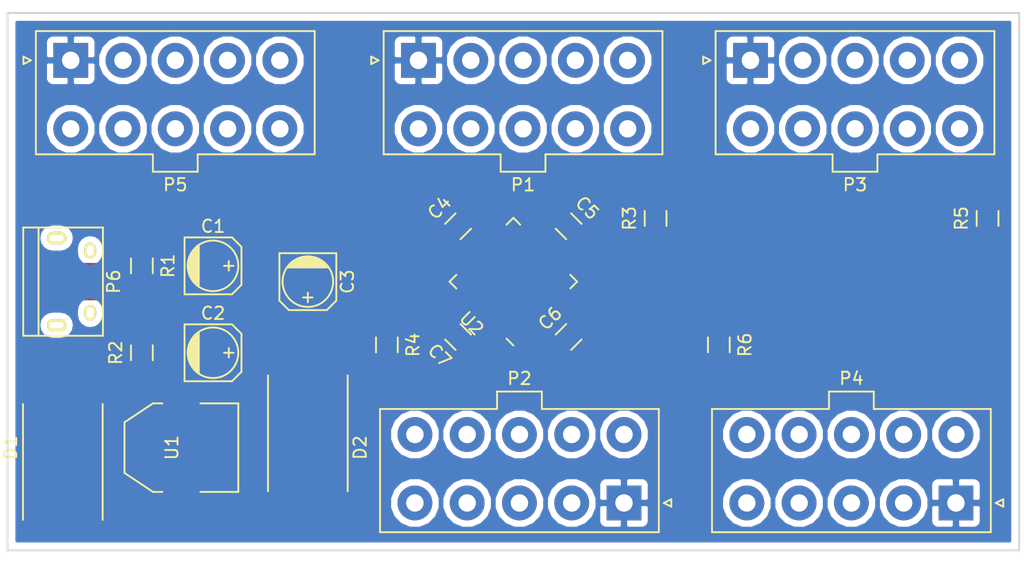
<source format=kicad_pcb>
(kicad_pcb (version 4) (host pcbnew 4.0.3-stable)

  (general
    (links 81)
    (no_connects 77)
    (area 67.8 55.935 150.545 101.645)
    (thickness 1.6)
    (drawings 4)
    (tracks 0)
    (zones 0)
    (modules 23)
    (nets 52)
  )

  (page A4)
  (layers
    (0 F.Cu signal)
    (31 B.Cu signal hide)
    (32 B.Adhes user)
    (33 F.Adhes user)
    (34 B.Paste user)
    (35 F.Paste user)
    (36 B.SilkS user)
    (37 F.SilkS user)
    (38 B.Mask user)
    (39 F.Mask user)
    (40 Dwgs.User user)
    (41 Cmts.User user)
    (42 Eco1.User user)
    (43 Eco2.User user)
    (44 Edge.Cuts user)
    (45 Margin user)
    (46 B.CrtYd user)
    (47 F.CrtYd user)
    (48 B.Fab user)
    (49 F.Fab user)
  )

  (setup
    (last_trace_width 0.25)
    (trace_clearance 0.25)
    (zone_clearance 0.508)
    (zone_45_only no)
    (trace_min 0.2)
    (segment_width 0.2)
    (edge_width 0.15)
    (via_size 0.6)
    (via_drill 0.4)
    (via_min_size 0.4)
    (via_min_drill 0.3)
    (uvia_size 0.3)
    (uvia_drill 0.1)
    (uvias_allowed no)
    (uvia_min_size 0.2)
    (uvia_min_drill 0.1)
    (pcb_text_width 0.3)
    (pcb_text_size 1.5 1.5)
    (mod_edge_width 0.15)
    (mod_text_size 1 1)
    (mod_text_width 0.15)
    (pad_size 1.524 1.524)
    (pad_drill 0.762)
    (pad_to_mask_clearance 0.2)
    (aux_axis_origin 0 0)
    (visible_elements 7FFFFFFF)
    (pcbplotparams
      (layerselection 0x00030_80000001)
      (usegerberextensions false)
      (excludeedgelayer true)
      (linewidth 0.100000)
      (plotframeref false)
      (viasonmask false)
      (mode 1)
      (useauxorigin false)
      (hpglpennumber 1)
      (hpglpenspeed 20)
      (hpglpendiameter 15)
      (hpglpenoverlay 2)
      (psnegative false)
      (psa4output false)
      (plotreference true)
      (plotvalue true)
      (plotinvisibletext false)
      (padsonsilk false)
      (subtractmaskfromsilk false)
      (outputformat 1)
      (mirror false)
      (drillshape 1)
      (scaleselection 1)
      (outputdirectory ""))
  )

  (net 0 "")
  (net 1 "Net-(C1-Pad1)")
  (net 2 GND)
  (net 3 +3V3)
  (net 4 COOL_A0)
  (net 5 COOL_A10)
  (net 6 COOL_A1)
  (net 7 COOL_A13)
  (net 8 COOL_A7)
  (net 9 COOL_A14)
  (net 10 COOL_A9)
  (net 11 COOL_CLK0)
  (net 12 COOL_B0)
  (net 13 COOL_B10)
  (net 14 COOL_B1)
  (net 15 COOL_B13)
  (net 16 COOL_B2)
  (net 17 COOL_B14)
  (net 18 COOL_B9)
  (net 19 COOL_CLK1)
  (net 20 COOL_C1)
  (net 21 COOL_C10)
  (net 22 COOL_C3)
  (net 23 COOL_C11)
  (net 24 COOL_C8)
  (net 25 COOL_C12)
  (net 26 COOL_C9)
  (net 27 COOL_CLK2)
  (net 28 COOL_D1)
  (net 29 COOL_D9)
  (net 30 COOL_D3)
  (net 31 COOL_D10)
  (net 32 COOL_D4)
  (net 33 COOL_D11)
  (net 34 COOL_D8)
  (net 35 COOL_CLK3)
  (net 36 COOL_JTAG_TDO)
  (net 37 "Net-(P5-Pad4)")
  (net 38 "Net-(P5-Pad5)")
  (net 39 COOL_JTAG_TDI)
  (net 40 COOL_JTAG_TMS)
  (net 41 "Net-(P5-Pad8)")
  (net 42 COOL_PORT_EN)
  (net 43 COOL_JTAG_TCK)
  (net 44 "Net-(R1-Pad2)")
  (net 45 "Net-(R3-Pad1)")
  (net 46 "Net-(R4-Pad1)")
  (net 47 "Net-(R5-Pad1)")
  (net 48 "Net-(R6-Pad1)")
  (net 49 +5V)
  (net 50 "Net-(P6-Pad2)")
  (net 51 "Net-(P6-Pad3)")

  (net_class Default "This is the default net class."
    (clearance 0.25)
    (trace_width 0.25)
    (via_dia 0.6)
    (via_drill 0.4)
    (uvia_dia 0.3)
    (uvia_drill 0.1)
    (add_net +5V)
    (add_net "Net-(P6-Pad2)")
    (add_net "Net-(P6-Pad3)")
  )

  (net_class Fine ""
    (clearance 0.2)
    (trace_width 0.2)
    (via_dia 0.6)
    (via_drill 0.4)
    (uvia_dia 0.3)
    (uvia_drill 0.1)
    (add_net +3V3)
    (add_net COOL_A0)
    (add_net COOL_A1)
    (add_net COOL_A10)
    (add_net COOL_A13)
    (add_net COOL_A14)
    (add_net COOL_A7)
    (add_net COOL_A9)
    (add_net COOL_B0)
    (add_net COOL_B1)
    (add_net COOL_B10)
    (add_net COOL_B13)
    (add_net COOL_B14)
    (add_net COOL_B2)
    (add_net COOL_B9)
    (add_net COOL_C1)
    (add_net COOL_C10)
    (add_net COOL_C11)
    (add_net COOL_C12)
    (add_net COOL_C3)
    (add_net COOL_C8)
    (add_net COOL_C9)
    (add_net COOL_CLK0)
    (add_net COOL_CLK1)
    (add_net COOL_CLK2)
    (add_net COOL_CLK3)
    (add_net COOL_D1)
    (add_net COOL_D10)
    (add_net COOL_D11)
    (add_net COOL_D3)
    (add_net COOL_D4)
    (add_net COOL_D8)
    (add_net COOL_D9)
    (add_net COOL_JTAG_TCK)
    (add_net COOL_JTAG_TDI)
    (add_net COOL_JTAG_TDO)
    (add_net COOL_JTAG_TMS)
    (add_net COOL_PORT_EN)
    (add_net GND)
    (add_net "Net-(C1-Pad1)")
    (add_net "Net-(P5-Pad4)")
    (add_net "Net-(P5-Pad5)")
    (add_net "Net-(P5-Pad8)")
    (add_net "Net-(R1-Pad2)")
    (add_net "Net-(R3-Pad1)")
    (add_net "Net-(R4-Pad1)")
    (add_net "Net-(R5-Pad1)")
    (add_net "Net-(R6-Pad1)")
  )

  (module Capacitors_SMD:c_elec_4x5.3 (layer F.Cu) (tedit 556FDE77) (tstamp 57ACB03A)
    (at 85.09 77.47)
    (descr "SMT capacitor, aluminium electrolytic, 4x5.3")
    (path /57AB6FF5)
    (attr smd)
    (fp_text reference C1 (at 0 -3.175) (layer F.SilkS)
      (effects (font (size 1 1) (thickness 0.15)))
    )
    (fp_text value CP1 (at 0 3.175) (layer F.Fab)
      (effects (font (size 1 1) (thickness 0.15)))
    )
    (fp_line (start -3.35 -2.65) (end 3.35 -2.65) (layer F.CrtYd) (width 0.05))
    (fp_line (start 3.35 -2.65) (end 3.35 2.65) (layer F.CrtYd) (width 0.05))
    (fp_line (start 3.35 2.65) (end -3.35 2.65) (layer F.CrtYd) (width 0.05))
    (fp_line (start -3.35 2.65) (end -3.35 -2.65) (layer F.CrtYd) (width 0.05))
    (fp_line (start 1.651 0) (end 0.889 0) (layer F.SilkS) (width 0.15))
    (fp_line (start 1.27 -0.381) (end 1.27 0.381) (layer F.SilkS) (width 0.15))
    (fp_line (start 1.524 2.286) (end -2.286 2.286) (layer F.SilkS) (width 0.15))
    (fp_line (start 2.286 -1.524) (end 2.286 1.524) (layer F.SilkS) (width 0.15))
    (fp_line (start 1.524 2.286) (end 2.286 1.524) (layer F.SilkS) (width 0.15))
    (fp_line (start 1.524 -2.286) (end -2.286 -2.286) (layer F.SilkS) (width 0.15))
    (fp_line (start 1.524 -2.286) (end 2.286 -1.524) (layer F.SilkS) (width 0.15))
    (fp_line (start -2.032 0.127) (end -2.032 -0.127) (layer F.SilkS) (width 0.15))
    (fp_line (start -1.905 -0.635) (end -1.905 0.635) (layer F.SilkS) (width 0.15))
    (fp_line (start -1.778 0.889) (end -1.778 -0.889) (layer F.SilkS) (width 0.15))
    (fp_line (start -1.651 1.143) (end -1.651 -1.143) (layer F.SilkS) (width 0.15))
    (fp_line (start -1.524 -1.27) (end -1.524 1.27) (layer F.SilkS) (width 0.15))
    (fp_line (start -1.397 1.397) (end -1.397 -1.397) (layer F.SilkS) (width 0.15))
    (fp_line (start -1.27 -1.524) (end -1.27 1.524) (layer F.SilkS) (width 0.15))
    (fp_line (start -1.143 -1.651) (end -1.143 1.651) (layer F.SilkS) (width 0.15))
    (fp_line (start -2.286 -2.286) (end -2.286 2.286) (layer F.SilkS) (width 0.15))
    (fp_circle (center 0 0) (end -2.032 0) (layer F.SilkS) (width 0.15))
    (pad 1 smd rect (at 1.80086 0) (size 2.60096 1.6002) (layers F.Cu F.Paste F.Mask)
      (net 1 "Net-(C1-Pad1)"))
    (pad 2 smd rect (at -1.80086 0) (size 2.60096 1.6002) (layers F.Cu F.Paste F.Mask)
      (net 2 GND))
    (model Capacitors_SMD.3dshapes/c_elec_4x5.3.wrl
      (at (xyz 0 0 0))
      (scale (xyz 1 1 1))
      (rotate (xyz 0 0 0))
    )
  )

  (module Capacitors_SMD:c_elec_4x5.3 (layer F.Cu) (tedit 556FDE77) (tstamp 57ACB055)
    (at 85.09 84.455)
    (descr "SMT capacitor, aluminium electrolytic, 4x5.3")
    (path /57AB6F5E)
    (attr smd)
    (fp_text reference C2 (at 0 -3.175) (layer F.SilkS)
      (effects (font (size 1 1) (thickness 0.15)))
    )
    (fp_text value CP1 (at 0 3.175) (layer F.Fab)
      (effects (font (size 1 1) (thickness 0.15)))
    )
    (fp_line (start -3.35 -2.65) (end 3.35 -2.65) (layer F.CrtYd) (width 0.05))
    (fp_line (start 3.35 -2.65) (end 3.35 2.65) (layer F.CrtYd) (width 0.05))
    (fp_line (start 3.35 2.65) (end -3.35 2.65) (layer F.CrtYd) (width 0.05))
    (fp_line (start -3.35 2.65) (end -3.35 -2.65) (layer F.CrtYd) (width 0.05))
    (fp_line (start 1.651 0) (end 0.889 0) (layer F.SilkS) (width 0.15))
    (fp_line (start 1.27 -0.381) (end 1.27 0.381) (layer F.SilkS) (width 0.15))
    (fp_line (start 1.524 2.286) (end -2.286 2.286) (layer F.SilkS) (width 0.15))
    (fp_line (start 2.286 -1.524) (end 2.286 1.524) (layer F.SilkS) (width 0.15))
    (fp_line (start 1.524 2.286) (end 2.286 1.524) (layer F.SilkS) (width 0.15))
    (fp_line (start 1.524 -2.286) (end -2.286 -2.286) (layer F.SilkS) (width 0.15))
    (fp_line (start 1.524 -2.286) (end 2.286 -1.524) (layer F.SilkS) (width 0.15))
    (fp_line (start -2.032 0.127) (end -2.032 -0.127) (layer F.SilkS) (width 0.15))
    (fp_line (start -1.905 -0.635) (end -1.905 0.635) (layer F.SilkS) (width 0.15))
    (fp_line (start -1.778 0.889) (end -1.778 -0.889) (layer F.SilkS) (width 0.15))
    (fp_line (start -1.651 1.143) (end -1.651 -1.143) (layer F.SilkS) (width 0.15))
    (fp_line (start -1.524 -1.27) (end -1.524 1.27) (layer F.SilkS) (width 0.15))
    (fp_line (start -1.397 1.397) (end -1.397 -1.397) (layer F.SilkS) (width 0.15))
    (fp_line (start -1.27 -1.524) (end -1.27 1.524) (layer F.SilkS) (width 0.15))
    (fp_line (start -1.143 -1.651) (end -1.143 1.651) (layer F.SilkS) (width 0.15))
    (fp_line (start -2.286 -2.286) (end -2.286 2.286) (layer F.SilkS) (width 0.15))
    (fp_circle (center 0 0) (end -2.032 0) (layer F.SilkS) (width 0.15))
    (pad 1 smd rect (at 1.80086 0) (size 2.60096 1.6002) (layers F.Cu F.Paste F.Mask)
      (net 1 "Net-(C1-Pad1)"))
    (pad 2 smd rect (at -1.80086 0) (size 2.60096 1.6002) (layers F.Cu F.Paste F.Mask)
      (net 2 GND))
    (model Capacitors_SMD.3dshapes/c_elec_4x5.3.wrl
      (at (xyz 0 0 0))
      (scale (xyz 1 1 1))
      (rotate (xyz 0 0 0))
    )
  )

  (module Capacitors_SMD:c_elec_4x5.3 (layer F.Cu) (tedit 556FDE77) (tstamp 57ACB070)
    (at 92.71 78.74 270)
    (descr "SMT capacitor, aluminium electrolytic, 4x5.3")
    (path /57AB7120)
    (attr smd)
    (fp_text reference C3 (at 0 -3.175 270) (layer F.SilkS)
      (effects (font (size 1 1) (thickness 0.15)))
    )
    (fp_text value CP1 (at 0 3.175 270) (layer F.Fab)
      (effects (font (size 1 1) (thickness 0.15)))
    )
    (fp_line (start -3.35 -2.65) (end 3.35 -2.65) (layer F.CrtYd) (width 0.05))
    (fp_line (start 3.35 -2.65) (end 3.35 2.65) (layer F.CrtYd) (width 0.05))
    (fp_line (start 3.35 2.65) (end -3.35 2.65) (layer F.CrtYd) (width 0.05))
    (fp_line (start -3.35 2.65) (end -3.35 -2.65) (layer F.CrtYd) (width 0.05))
    (fp_line (start 1.651 0) (end 0.889 0) (layer F.SilkS) (width 0.15))
    (fp_line (start 1.27 -0.381) (end 1.27 0.381) (layer F.SilkS) (width 0.15))
    (fp_line (start 1.524 2.286) (end -2.286 2.286) (layer F.SilkS) (width 0.15))
    (fp_line (start 2.286 -1.524) (end 2.286 1.524) (layer F.SilkS) (width 0.15))
    (fp_line (start 1.524 2.286) (end 2.286 1.524) (layer F.SilkS) (width 0.15))
    (fp_line (start 1.524 -2.286) (end -2.286 -2.286) (layer F.SilkS) (width 0.15))
    (fp_line (start 1.524 -2.286) (end 2.286 -1.524) (layer F.SilkS) (width 0.15))
    (fp_line (start -2.032 0.127) (end -2.032 -0.127) (layer F.SilkS) (width 0.15))
    (fp_line (start -1.905 -0.635) (end -1.905 0.635) (layer F.SilkS) (width 0.15))
    (fp_line (start -1.778 0.889) (end -1.778 -0.889) (layer F.SilkS) (width 0.15))
    (fp_line (start -1.651 1.143) (end -1.651 -1.143) (layer F.SilkS) (width 0.15))
    (fp_line (start -1.524 -1.27) (end -1.524 1.27) (layer F.SilkS) (width 0.15))
    (fp_line (start -1.397 1.397) (end -1.397 -1.397) (layer F.SilkS) (width 0.15))
    (fp_line (start -1.27 -1.524) (end -1.27 1.524) (layer F.SilkS) (width 0.15))
    (fp_line (start -1.143 -1.651) (end -1.143 1.651) (layer F.SilkS) (width 0.15))
    (fp_line (start -2.286 -2.286) (end -2.286 2.286) (layer F.SilkS) (width 0.15))
    (fp_circle (center 0 0) (end -2.032 0) (layer F.SilkS) (width 0.15))
    (pad 1 smd rect (at 1.80086 0 270) (size 2.60096 1.6002) (layers F.Cu F.Paste F.Mask)
      (net 3 +3V3))
    (pad 2 smd rect (at -1.80086 0 270) (size 2.60096 1.6002) (layers F.Cu F.Paste F.Mask)
      (net 2 GND))
    (model Capacitors_SMD.3dshapes/c_elec_4x5.3.wrl
      (at (xyz 0 0 0))
      (scale (xyz 1 1 1))
      (rotate (xyz 0 0 0))
    )
  )

  (module Connectors_Molex:Molex_MiniFit-JR-5556-10A_2x05x4.20mm_Straight (layer F.Cu) (tedit 57528BFB) (tstamp 57ACB13C)
    (at 101.6 60.96)
    (descr "Molex Mini-Fit JR, PN:5556-10A, dual row, top entry type, through hole")
    (tags "connector molex mini-fit 5556")
    (path /57AB5BFB)
    (fp_text reference P1 (at 8.4 10) (layer F.SilkS)
      (effects (font (size 1 1) (thickness 0.15)))
    )
    (fp_text value CONN_02X05 (at 8.4 -4) (layer F.Fab)
      (effects (font (size 1 1) (thickness 0.15)))
    )
    (fp_line (start -2.7 -2.25) (end -2.7 7.45) (layer F.Fab) (width 0.05))
    (fp_line (start -2.7 7.45) (end 19.5 7.45) (layer F.Fab) (width 0.05))
    (fp_line (start 19.5 7.45) (end 19.5 -2.25) (layer F.Fab) (width 0.05))
    (fp_line (start 19.5 -2.25) (end -2.7 -2.25) (layer F.Fab) (width 0.05))
    (fp_line (start 6.7 7.45) (end 6.7 8.85) (layer F.Fab) (width 0.05))
    (fp_line (start 6.7 8.85) (end 10.1 8.85) (layer F.Fab) (width 0.05))
    (fp_line (start 10.1 8.85) (end 10.1 7.45) (layer F.Fab) (width 0.05))
    (fp_line (start -1.75 -1.75) (end -1.75 1.75) (layer F.Fab) (width 0.05))
    (fp_line (start -1.75 1.75) (end 1.75 1.75) (layer F.Fab) (width 0.05))
    (fp_line (start 1.75 1.75) (end 1.75 -1.75) (layer F.Fab) (width 0.05))
    (fp_line (start 1.75 -1.75) (end -1.75 -1.75) (layer F.Fab) (width 0.05))
    (fp_line (start -1.75 7.25) (end -1.75 4.625) (layer F.Fab) (width 0.05))
    (fp_line (start -1.75 4.625) (end -0.875 3.75) (layer F.Fab) (width 0.05))
    (fp_line (start -0.875 3.75) (end 0.875 3.75) (layer F.Fab) (width 0.05))
    (fp_line (start 0.875 3.75) (end 1.75 4.625) (layer F.Fab) (width 0.05))
    (fp_line (start 1.75 4.625) (end 1.75 7.25) (layer F.Fab) (width 0.05))
    (fp_line (start 1.75 7.25) (end -1.75 7.25) (layer F.Fab) (width 0.05))
    (fp_line (start 2.45 3.75) (end 2.45 7.25) (layer F.Fab) (width 0.05))
    (fp_line (start 2.45 7.25) (end 5.95 7.25) (layer F.Fab) (width 0.05))
    (fp_line (start 5.95 7.25) (end 5.95 3.75) (layer F.Fab) (width 0.05))
    (fp_line (start 5.95 3.75) (end 2.45 3.75) (layer F.Fab) (width 0.05))
    (fp_line (start 2.45 1.75) (end 2.45 -0.875) (layer F.Fab) (width 0.05))
    (fp_line (start 2.45 -0.875) (end 3.325 -1.75) (layer F.Fab) (width 0.05))
    (fp_line (start 3.325 -1.75) (end 5.075 -1.75) (layer F.Fab) (width 0.05))
    (fp_line (start 5.075 -1.75) (end 5.95 -0.875) (layer F.Fab) (width 0.05))
    (fp_line (start 5.95 -0.875) (end 5.95 1.75) (layer F.Fab) (width 0.05))
    (fp_line (start 5.95 1.75) (end 2.45 1.75) (layer F.Fab) (width 0.05))
    (fp_line (start 6.65 3.75) (end 6.65 7.25) (layer F.Fab) (width 0.05))
    (fp_line (start 6.65 7.25) (end 10.15 7.25) (layer F.Fab) (width 0.05))
    (fp_line (start 10.15 7.25) (end 10.15 3.75) (layer F.Fab) (width 0.05))
    (fp_line (start 10.15 3.75) (end 6.65 3.75) (layer F.Fab) (width 0.05))
    (fp_line (start 6.65 1.75) (end 6.65 -0.875) (layer F.Fab) (width 0.05))
    (fp_line (start 6.65 -0.875) (end 7.525 -1.75) (layer F.Fab) (width 0.05))
    (fp_line (start 7.525 -1.75) (end 9.275 -1.75) (layer F.Fab) (width 0.05))
    (fp_line (start 9.275 -1.75) (end 10.15 -0.875) (layer F.Fab) (width 0.05))
    (fp_line (start 10.15 -0.875) (end 10.15 1.75) (layer F.Fab) (width 0.05))
    (fp_line (start 10.15 1.75) (end 6.65 1.75) (layer F.Fab) (width 0.05))
    (fp_line (start 10.85 -1.75) (end 10.85 1.75) (layer F.Fab) (width 0.05))
    (fp_line (start 10.85 1.75) (end 14.35 1.75) (layer F.Fab) (width 0.05))
    (fp_line (start 14.35 1.75) (end 14.35 -1.75) (layer F.Fab) (width 0.05))
    (fp_line (start 14.35 -1.75) (end 10.85 -1.75) (layer F.Fab) (width 0.05))
    (fp_line (start 10.85 7.25) (end 10.85 4.625) (layer F.Fab) (width 0.05))
    (fp_line (start 10.85 4.625) (end 11.725 3.75) (layer F.Fab) (width 0.05))
    (fp_line (start 11.725 3.75) (end 13.475 3.75) (layer F.Fab) (width 0.05))
    (fp_line (start 13.475 3.75) (end 14.35 4.625) (layer F.Fab) (width 0.05))
    (fp_line (start 14.35 4.625) (end 14.35 7.25) (layer F.Fab) (width 0.05))
    (fp_line (start 14.35 7.25) (end 10.85 7.25) (layer F.Fab) (width 0.05))
    (fp_line (start 15.05 -1.75) (end 15.05 1.75) (layer F.Fab) (width 0.05))
    (fp_line (start 15.05 1.75) (end 18.55 1.75) (layer F.Fab) (width 0.05))
    (fp_line (start 18.55 1.75) (end 18.55 -1.75) (layer F.Fab) (width 0.05))
    (fp_line (start 18.55 -1.75) (end 15.05 -1.75) (layer F.Fab) (width 0.05))
    (fp_line (start 15.05 7.25) (end 15.05 4.625) (layer F.Fab) (width 0.05))
    (fp_line (start 15.05 4.625) (end 15.925 3.75) (layer F.Fab) (width 0.05))
    (fp_line (start 15.925 3.75) (end 17.675 3.75) (layer F.Fab) (width 0.05))
    (fp_line (start 17.675 3.75) (end 18.55 4.625) (layer F.Fab) (width 0.05))
    (fp_line (start 18.55 4.625) (end 18.55 7.25) (layer F.Fab) (width 0.05))
    (fp_line (start 18.55 7.25) (end 15.05 7.25) (layer F.Fab) (width 0.05))
    (fp_line (start 8.4 -2.35) (end -2.8 -2.35) (layer F.SilkS) (width 0.15))
    (fp_line (start -2.8 -2.35) (end -2.8 7.55) (layer F.SilkS) (width 0.15))
    (fp_line (start -2.8 7.55) (end 6.6 7.55) (layer F.SilkS) (width 0.15))
    (fp_line (start 6.6 7.55) (end 6.6 8.95) (layer F.SilkS) (width 0.15))
    (fp_line (start 6.6 8.95) (end 8.4 8.95) (layer F.SilkS) (width 0.15))
    (fp_line (start 8.4 -2.35) (end 19.6 -2.35) (layer F.SilkS) (width 0.15))
    (fp_line (start 19.6 -2.35) (end 19.6 7.55) (layer F.SilkS) (width 0.15))
    (fp_line (start 19.6 7.55) (end 10.2 7.55) (layer F.SilkS) (width 0.15))
    (fp_line (start 10.2 7.55) (end 10.2 8.95) (layer F.SilkS) (width 0.15))
    (fp_line (start 10.2 8.95) (end 8.4 8.95) (layer F.SilkS) (width 0.15))
    (fp_line (start -3.2 0) (end -3.8 0.3) (layer F.SilkS) (width 0.15))
    (fp_line (start -3.8 0.3) (end -3.8 -0.3) (layer F.SilkS) (width 0.15))
    (fp_line (start -3.8 -0.3) (end -3.2 0) (layer F.SilkS) (width 0.15))
    (fp_line (start -3.15 -2.75) (end -3.15 9.3) (layer F.CrtYd) (width 0.05))
    (fp_line (start -3.15 9.3) (end 20 9.3) (layer F.CrtYd) (width 0.05))
    (fp_line (start 20 9.3) (end 20 -2.75) (layer F.CrtYd) (width 0.05))
    (fp_line (start 20 -2.75) (end -3.15 -2.75) (layer F.CrtYd) (width 0.05))
    (pad 1 thru_hole rect (at 0 0) (size 2.8 2.8) (drill 1.4) (layers *.Cu *.Mask)
      (net 2 GND))
    (pad 2 thru_hole circle (at 4.2 0) (size 2.8 2.8) (drill 1.4) (layers *.Cu *.Mask)
      (net 3 +3V3))
    (pad 3 thru_hole circle (at 8.4 0) (size 2.8 2.8) (drill 1.4) (layers *.Cu *.Mask)
      (net 4 COOL_A0))
    (pad 4 thru_hole circle (at 12.6 0) (size 2.8 2.8) (drill 1.4) (layers *.Cu *.Mask)
      (net 5 COOL_A10))
    (pad 5 thru_hole circle (at 16.8 0) (size 2.8 2.8) (drill 1.4) (layers *.Cu *.Mask)
      (net 6 COOL_A1))
    (pad 6 thru_hole circle (at 0 5.5) (size 2.8 2.8) (drill 1.4) (layers *.Cu *.Mask)
      (net 7 COOL_A13))
    (pad 7 thru_hole circle (at 4.2 5.5) (size 2.8 2.8) (drill 1.4) (layers *.Cu *.Mask)
      (net 8 COOL_A7))
    (pad 8 thru_hole circle (at 8.4 5.5) (size 2.8 2.8) (drill 1.4) (layers *.Cu *.Mask)
      (net 9 COOL_A14))
    (pad 9 thru_hole circle (at 12.6 5.5) (size 2.8 2.8) (drill 1.4) (layers *.Cu *.Mask)
      (net 10 COOL_A9))
    (pad 10 thru_hole circle (at 16.8 5.5) (size 2.8 2.8) (drill 1.4) (layers *.Cu *.Mask)
      (net 11 COOL_CLK0))
    (model Connectors_Molex.3dshapes/Molex_MiniFit-JR-5556-10A_2x05x4.20mm_Straight.wrl
      (at (xyz 0 0 0))
      (scale (xyz 1 1 1))
      (rotate (xyz 0 0 0))
    )
  )

  (module Connectors_Molex:Molex_MiniFit-JR-5556-10A_2x05x4.20mm_Straight (layer F.Cu) (tedit 57528BFB) (tstamp 57ACB194)
    (at 118.11 96.52 180)
    (descr "Molex Mini-Fit JR, PN:5556-10A, dual row, top entry type, through hole")
    (tags "connector molex mini-fit 5556")
    (path /57AB5CC0)
    (fp_text reference P2 (at 8.4 10 180) (layer F.SilkS)
      (effects (font (size 1 1) (thickness 0.15)))
    )
    (fp_text value CONN_02X05 (at 8.4 -4 180) (layer F.Fab)
      (effects (font (size 1 1) (thickness 0.15)))
    )
    (fp_line (start -2.7 -2.25) (end -2.7 7.45) (layer F.Fab) (width 0.05))
    (fp_line (start -2.7 7.45) (end 19.5 7.45) (layer F.Fab) (width 0.05))
    (fp_line (start 19.5 7.45) (end 19.5 -2.25) (layer F.Fab) (width 0.05))
    (fp_line (start 19.5 -2.25) (end -2.7 -2.25) (layer F.Fab) (width 0.05))
    (fp_line (start 6.7 7.45) (end 6.7 8.85) (layer F.Fab) (width 0.05))
    (fp_line (start 6.7 8.85) (end 10.1 8.85) (layer F.Fab) (width 0.05))
    (fp_line (start 10.1 8.85) (end 10.1 7.45) (layer F.Fab) (width 0.05))
    (fp_line (start -1.75 -1.75) (end -1.75 1.75) (layer F.Fab) (width 0.05))
    (fp_line (start -1.75 1.75) (end 1.75 1.75) (layer F.Fab) (width 0.05))
    (fp_line (start 1.75 1.75) (end 1.75 -1.75) (layer F.Fab) (width 0.05))
    (fp_line (start 1.75 -1.75) (end -1.75 -1.75) (layer F.Fab) (width 0.05))
    (fp_line (start -1.75 7.25) (end -1.75 4.625) (layer F.Fab) (width 0.05))
    (fp_line (start -1.75 4.625) (end -0.875 3.75) (layer F.Fab) (width 0.05))
    (fp_line (start -0.875 3.75) (end 0.875 3.75) (layer F.Fab) (width 0.05))
    (fp_line (start 0.875 3.75) (end 1.75 4.625) (layer F.Fab) (width 0.05))
    (fp_line (start 1.75 4.625) (end 1.75 7.25) (layer F.Fab) (width 0.05))
    (fp_line (start 1.75 7.25) (end -1.75 7.25) (layer F.Fab) (width 0.05))
    (fp_line (start 2.45 3.75) (end 2.45 7.25) (layer F.Fab) (width 0.05))
    (fp_line (start 2.45 7.25) (end 5.95 7.25) (layer F.Fab) (width 0.05))
    (fp_line (start 5.95 7.25) (end 5.95 3.75) (layer F.Fab) (width 0.05))
    (fp_line (start 5.95 3.75) (end 2.45 3.75) (layer F.Fab) (width 0.05))
    (fp_line (start 2.45 1.75) (end 2.45 -0.875) (layer F.Fab) (width 0.05))
    (fp_line (start 2.45 -0.875) (end 3.325 -1.75) (layer F.Fab) (width 0.05))
    (fp_line (start 3.325 -1.75) (end 5.075 -1.75) (layer F.Fab) (width 0.05))
    (fp_line (start 5.075 -1.75) (end 5.95 -0.875) (layer F.Fab) (width 0.05))
    (fp_line (start 5.95 -0.875) (end 5.95 1.75) (layer F.Fab) (width 0.05))
    (fp_line (start 5.95 1.75) (end 2.45 1.75) (layer F.Fab) (width 0.05))
    (fp_line (start 6.65 3.75) (end 6.65 7.25) (layer F.Fab) (width 0.05))
    (fp_line (start 6.65 7.25) (end 10.15 7.25) (layer F.Fab) (width 0.05))
    (fp_line (start 10.15 7.25) (end 10.15 3.75) (layer F.Fab) (width 0.05))
    (fp_line (start 10.15 3.75) (end 6.65 3.75) (layer F.Fab) (width 0.05))
    (fp_line (start 6.65 1.75) (end 6.65 -0.875) (layer F.Fab) (width 0.05))
    (fp_line (start 6.65 -0.875) (end 7.525 -1.75) (layer F.Fab) (width 0.05))
    (fp_line (start 7.525 -1.75) (end 9.275 -1.75) (layer F.Fab) (width 0.05))
    (fp_line (start 9.275 -1.75) (end 10.15 -0.875) (layer F.Fab) (width 0.05))
    (fp_line (start 10.15 -0.875) (end 10.15 1.75) (layer F.Fab) (width 0.05))
    (fp_line (start 10.15 1.75) (end 6.65 1.75) (layer F.Fab) (width 0.05))
    (fp_line (start 10.85 -1.75) (end 10.85 1.75) (layer F.Fab) (width 0.05))
    (fp_line (start 10.85 1.75) (end 14.35 1.75) (layer F.Fab) (width 0.05))
    (fp_line (start 14.35 1.75) (end 14.35 -1.75) (layer F.Fab) (width 0.05))
    (fp_line (start 14.35 -1.75) (end 10.85 -1.75) (layer F.Fab) (width 0.05))
    (fp_line (start 10.85 7.25) (end 10.85 4.625) (layer F.Fab) (width 0.05))
    (fp_line (start 10.85 4.625) (end 11.725 3.75) (layer F.Fab) (width 0.05))
    (fp_line (start 11.725 3.75) (end 13.475 3.75) (layer F.Fab) (width 0.05))
    (fp_line (start 13.475 3.75) (end 14.35 4.625) (layer F.Fab) (width 0.05))
    (fp_line (start 14.35 4.625) (end 14.35 7.25) (layer F.Fab) (width 0.05))
    (fp_line (start 14.35 7.25) (end 10.85 7.25) (layer F.Fab) (width 0.05))
    (fp_line (start 15.05 -1.75) (end 15.05 1.75) (layer F.Fab) (width 0.05))
    (fp_line (start 15.05 1.75) (end 18.55 1.75) (layer F.Fab) (width 0.05))
    (fp_line (start 18.55 1.75) (end 18.55 -1.75) (layer F.Fab) (width 0.05))
    (fp_line (start 18.55 -1.75) (end 15.05 -1.75) (layer F.Fab) (width 0.05))
    (fp_line (start 15.05 7.25) (end 15.05 4.625) (layer F.Fab) (width 0.05))
    (fp_line (start 15.05 4.625) (end 15.925 3.75) (layer F.Fab) (width 0.05))
    (fp_line (start 15.925 3.75) (end 17.675 3.75) (layer F.Fab) (width 0.05))
    (fp_line (start 17.675 3.75) (end 18.55 4.625) (layer F.Fab) (width 0.05))
    (fp_line (start 18.55 4.625) (end 18.55 7.25) (layer F.Fab) (width 0.05))
    (fp_line (start 18.55 7.25) (end 15.05 7.25) (layer F.Fab) (width 0.05))
    (fp_line (start 8.4 -2.35) (end -2.8 -2.35) (layer F.SilkS) (width 0.15))
    (fp_line (start -2.8 -2.35) (end -2.8 7.55) (layer F.SilkS) (width 0.15))
    (fp_line (start -2.8 7.55) (end 6.6 7.55) (layer F.SilkS) (width 0.15))
    (fp_line (start 6.6 7.55) (end 6.6 8.95) (layer F.SilkS) (width 0.15))
    (fp_line (start 6.6 8.95) (end 8.4 8.95) (layer F.SilkS) (width 0.15))
    (fp_line (start 8.4 -2.35) (end 19.6 -2.35) (layer F.SilkS) (width 0.15))
    (fp_line (start 19.6 -2.35) (end 19.6 7.55) (layer F.SilkS) (width 0.15))
    (fp_line (start 19.6 7.55) (end 10.2 7.55) (layer F.SilkS) (width 0.15))
    (fp_line (start 10.2 7.55) (end 10.2 8.95) (layer F.SilkS) (width 0.15))
    (fp_line (start 10.2 8.95) (end 8.4 8.95) (layer F.SilkS) (width 0.15))
    (fp_line (start -3.2 0) (end -3.8 0.3) (layer F.SilkS) (width 0.15))
    (fp_line (start -3.8 0.3) (end -3.8 -0.3) (layer F.SilkS) (width 0.15))
    (fp_line (start -3.8 -0.3) (end -3.2 0) (layer F.SilkS) (width 0.15))
    (fp_line (start -3.15 -2.75) (end -3.15 9.3) (layer F.CrtYd) (width 0.05))
    (fp_line (start -3.15 9.3) (end 20 9.3) (layer F.CrtYd) (width 0.05))
    (fp_line (start 20 9.3) (end 20 -2.75) (layer F.CrtYd) (width 0.05))
    (fp_line (start 20 -2.75) (end -3.15 -2.75) (layer F.CrtYd) (width 0.05))
    (pad 1 thru_hole rect (at 0 0 180) (size 2.8 2.8) (drill 1.4) (layers *.Cu *.Mask)
      (net 2 GND))
    (pad 2 thru_hole circle (at 4.2 0 180) (size 2.8 2.8) (drill 1.4) (layers *.Cu *.Mask)
      (net 3 +3V3))
    (pad 3 thru_hole circle (at 8.4 0 180) (size 2.8 2.8) (drill 1.4) (layers *.Cu *.Mask)
      (net 12 COOL_B0))
    (pad 4 thru_hole circle (at 12.6 0 180) (size 2.8 2.8) (drill 1.4) (layers *.Cu *.Mask)
      (net 13 COOL_B10))
    (pad 5 thru_hole circle (at 16.8 0 180) (size 2.8 2.8) (drill 1.4) (layers *.Cu *.Mask)
      (net 14 COOL_B1))
    (pad 6 thru_hole circle (at 0 5.5 180) (size 2.8 2.8) (drill 1.4) (layers *.Cu *.Mask)
      (net 15 COOL_B13))
    (pad 7 thru_hole circle (at 4.2 5.5 180) (size 2.8 2.8) (drill 1.4) (layers *.Cu *.Mask)
      (net 16 COOL_B2))
    (pad 8 thru_hole circle (at 8.4 5.5 180) (size 2.8 2.8) (drill 1.4) (layers *.Cu *.Mask)
      (net 17 COOL_B14))
    (pad 9 thru_hole circle (at 12.6 5.5 180) (size 2.8 2.8) (drill 1.4) (layers *.Cu *.Mask)
      (net 18 COOL_B9))
    (pad 10 thru_hole circle (at 16.8 5.5 180) (size 2.8 2.8) (drill 1.4) (layers *.Cu *.Mask)
      (net 19 COOL_CLK1))
    (model Connectors_Molex.3dshapes/Molex_MiniFit-JR-5556-10A_2x05x4.20mm_Straight.wrl
      (at (xyz 0 0 0))
      (scale (xyz 1 1 1))
      (rotate (xyz 0 0 0))
    )
  )

  (module Connectors_Molex:Molex_MiniFit-JR-5556-10A_2x05x4.20mm_Straight (layer F.Cu) (tedit 57528BFB) (tstamp 57ACB1EC)
    (at 128.27 60.96)
    (descr "Molex Mini-Fit JR, PN:5556-10A, dual row, top entry type, through hole")
    (tags "connector molex mini-fit 5556")
    (path /57AB5D40)
    (fp_text reference P3 (at 8.4 10) (layer F.SilkS)
      (effects (font (size 1 1) (thickness 0.15)))
    )
    (fp_text value CONN_02X05 (at 8.4 -4) (layer F.Fab)
      (effects (font (size 1 1) (thickness 0.15)))
    )
    (fp_line (start -2.7 -2.25) (end -2.7 7.45) (layer F.Fab) (width 0.05))
    (fp_line (start -2.7 7.45) (end 19.5 7.45) (layer F.Fab) (width 0.05))
    (fp_line (start 19.5 7.45) (end 19.5 -2.25) (layer F.Fab) (width 0.05))
    (fp_line (start 19.5 -2.25) (end -2.7 -2.25) (layer F.Fab) (width 0.05))
    (fp_line (start 6.7 7.45) (end 6.7 8.85) (layer F.Fab) (width 0.05))
    (fp_line (start 6.7 8.85) (end 10.1 8.85) (layer F.Fab) (width 0.05))
    (fp_line (start 10.1 8.85) (end 10.1 7.45) (layer F.Fab) (width 0.05))
    (fp_line (start -1.75 -1.75) (end -1.75 1.75) (layer F.Fab) (width 0.05))
    (fp_line (start -1.75 1.75) (end 1.75 1.75) (layer F.Fab) (width 0.05))
    (fp_line (start 1.75 1.75) (end 1.75 -1.75) (layer F.Fab) (width 0.05))
    (fp_line (start 1.75 -1.75) (end -1.75 -1.75) (layer F.Fab) (width 0.05))
    (fp_line (start -1.75 7.25) (end -1.75 4.625) (layer F.Fab) (width 0.05))
    (fp_line (start -1.75 4.625) (end -0.875 3.75) (layer F.Fab) (width 0.05))
    (fp_line (start -0.875 3.75) (end 0.875 3.75) (layer F.Fab) (width 0.05))
    (fp_line (start 0.875 3.75) (end 1.75 4.625) (layer F.Fab) (width 0.05))
    (fp_line (start 1.75 4.625) (end 1.75 7.25) (layer F.Fab) (width 0.05))
    (fp_line (start 1.75 7.25) (end -1.75 7.25) (layer F.Fab) (width 0.05))
    (fp_line (start 2.45 3.75) (end 2.45 7.25) (layer F.Fab) (width 0.05))
    (fp_line (start 2.45 7.25) (end 5.95 7.25) (layer F.Fab) (width 0.05))
    (fp_line (start 5.95 7.25) (end 5.95 3.75) (layer F.Fab) (width 0.05))
    (fp_line (start 5.95 3.75) (end 2.45 3.75) (layer F.Fab) (width 0.05))
    (fp_line (start 2.45 1.75) (end 2.45 -0.875) (layer F.Fab) (width 0.05))
    (fp_line (start 2.45 -0.875) (end 3.325 -1.75) (layer F.Fab) (width 0.05))
    (fp_line (start 3.325 -1.75) (end 5.075 -1.75) (layer F.Fab) (width 0.05))
    (fp_line (start 5.075 -1.75) (end 5.95 -0.875) (layer F.Fab) (width 0.05))
    (fp_line (start 5.95 -0.875) (end 5.95 1.75) (layer F.Fab) (width 0.05))
    (fp_line (start 5.95 1.75) (end 2.45 1.75) (layer F.Fab) (width 0.05))
    (fp_line (start 6.65 3.75) (end 6.65 7.25) (layer F.Fab) (width 0.05))
    (fp_line (start 6.65 7.25) (end 10.15 7.25) (layer F.Fab) (width 0.05))
    (fp_line (start 10.15 7.25) (end 10.15 3.75) (layer F.Fab) (width 0.05))
    (fp_line (start 10.15 3.75) (end 6.65 3.75) (layer F.Fab) (width 0.05))
    (fp_line (start 6.65 1.75) (end 6.65 -0.875) (layer F.Fab) (width 0.05))
    (fp_line (start 6.65 -0.875) (end 7.525 -1.75) (layer F.Fab) (width 0.05))
    (fp_line (start 7.525 -1.75) (end 9.275 -1.75) (layer F.Fab) (width 0.05))
    (fp_line (start 9.275 -1.75) (end 10.15 -0.875) (layer F.Fab) (width 0.05))
    (fp_line (start 10.15 -0.875) (end 10.15 1.75) (layer F.Fab) (width 0.05))
    (fp_line (start 10.15 1.75) (end 6.65 1.75) (layer F.Fab) (width 0.05))
    (fp_line (start 10.85 -1.75) (end 10.85 1.75) (layer F.Fab) (width 0.05))
    (fp_line (start 10.85 1.75) (end 14.35 1.75) (layer F.Fab) (width 0.05))
    (fp_line (start 14.35 1.75) (end 14.35 -1.75) (layer F.Fab) (width 0.05))
    (fp_line (start 14.35 -1.75) (end 10.85 -1.75) (layer F.Fab) (width 0.05))
    (fp_line (start 10.85 7.25) (end 10.85 4.625) (layer F.Fab) (width 0.05))
    (fp_line (start 10.85 4.625) (end 11.725 3.75) (layer F.Fab) (width 0.05))
    (fp_line (start 11.725 3.75) (end 13.475 3.75) (layer F.Fab) (width 0.05))
    (fp_line (start 13.475 3.75) (end 14.35 4.625) (layer F.Fab) (width 0.05))
    (fp_line (start 14.35 4.625) (end 14.35 7.25) (layer F.Fab) (width 0.05))
    (fp_line (start 14.35 7.25) (end 10.85 7.25) (layer F.Fab) (width 0.05))
    (fp_line (start 15.05 -1.75) (end 15.05 1.75) (layer F.Fab) (width 0.05))
    (fp_line (start 15.05 1.75) (end 18.55 1.75) (layer F.Fab) (width 0.05))
    (fp_line (start 18.55 1.75) (end 18.55 -1.75) (layer F.Fab) (width 0.05))
    (fp_line (start 18.55 -1.75) (end 15.05 -1.75) (layer F.Fab) (width 0.05))
    (fp_line (start 15.05 7.25) (end 15.05 4.625) (layer F.Fab) (width 0.05))
    (fp_line (start 15.05 4.625) (end 15.925 3.75) (layer F.Fab) (width 0.05))
    (fp_line (start 15.925 3.75) (end 17.675 3.75) (layer F.Fab) (width 0.05))
    (fp_line (start 17.675 3.75) (end 18.55 4.625) (layer F.Fab) (width 0.05))
    (fp_line (start 18.55 4.625) (end 18.55 7.25) (layer F.Fab) (width 0.05))
    (fp_line (start 18.55 7.25) (end 15.05 7.25) (layer F.Fab) (width 0.05))
    (fp_line (start 8.4 -2.35) (end -2.8 -2.35) (layer F.SilkS) (width 0.15))
    (fp_line (start -2.8 -2.35) (end -2.8 7.55) (layer F.SilkS) (width 0.15))
    (fp_line (start -2.8 7.55) (end 6.6 7.55) (layer F.SilkS) (width 0.15))
    (fp_line (start 6.6 7.55) (end 6.6 8.95) (layer F.SilkS) (width 0.15))
    (fp_line (start 6.6 8.95) (end 8.4 8.95) (layer F.SilkS) (width 0.15))
    (fp_line (start 8.4 -2.35) (end 19.6 -2.35) (layer F.SilkS) (width 0.15))
    (fp_line (start 19.6 -2.35) (end 19.6 7.55) (layer F.SilkS) (width 0.15))
    (fp_line (start 19.6 7.55) (end 10.2 7.55) (layer F.SilkS) (width 0.15))
    (fp_line (start 10.2 7.55) (end 10.2 8.95) (layer F.SilkS) (width 0.15))
    (fp_line (start 10.2 8.95) (end 8.4 8.95) (layer F.SilkS) (width 0.15))
    (fp_line (start -3.2 0) (end -3.8 0.3) (layer F.SilkS) (width 0.15))
    (fp_line (start -3.8 0.3) (end -3.8 -0.3) (layer F.SilkS) (width 0.15))
    (fp_line (start -3.8 -0.3) (end -3.2 0) (layer F.SilkS) (width 0.15))
    (fp_line (start -3.15 -2.75) (end -3.15 9.3) (layer F.CrtYd) (width 0.05))
    (fp_line (start -3.15 9.3) (end 20 9.3) (layer F.CrtYd) (width 0.05))
    (fp_line (start 20 9.3) (end 20 -2.75) (layer F.CrtYd) (width 0.05))
    (fp_line (start 20 -2.75) (end -3.15 -2.75) (layer F.CrtYd) (width 0.05))
    (pad 1 thru_hole rect (at 0 0) (size 2.8 2.8) (drill 1.4) (layers *.Cu *.Mask)
      (net 2 GND))
    (pad 2 thru_hole circle (at 4.2 0) (size 2.8 2.8) (drill 1.4) (layers *.Cu *.Mask)
      (net 3 +3V3))
    (pad 3 thru_hole circle (at 8.4 0) (size 2.8 2.8) (drill 1.4) (layers *.Cu *.Mask)
      (net 20 COOL_C1))
    (pad 4 thru_hole circle (at 12.6 0) (size 2.8 2.8) (drill 1.4) (layers *.Cu *.Mask)
      (net 21 COOL_C10))
    (pad 5 thru_hole circle (at 16.8 0) (size 2.8 2.8) (drill 1.4) (layers *.Cu *.Mask)
      (net 22 COOL_C3))
    (pad 6 thru_hole circle (at 0 5.5) (size 2.8 2.8) (drill 1.4) (layers *.Cu *.Mask)
      (net 23 COOL_C11))
    (pad 7 thru_hole circle (at 4.2 5.5) (size 2.8 2.8) (drill 1.4) (layers *.Cu *.Mask)
      (net 24 COOL_C8))
    (pad 8 thru_hole circle (at 8.4 5.5) (size 2.8 2.8) (drill 1.4) (layers *.Cu *.Mask)
      (net 25 COOL_C12))
    (pad 9 thru_hole circle (at 12.6 5.5) (size 2.8 2.8) (drill 1.4) (layers *.Cu *.Mask)
      (net 26 COOL_C9))
    (pad 10 thru_hole circle (at 16.8 5.5) (size 2.8 2.8) (drill 1.4) (layers *.Cu *.Mask)
      (net 27 COOL_CLK2))
    (model Connectors_Molex.3dshapes/Molex_MiniFit-JR-5556-10A_2x05x4.20mm_Straight.wrl
      (at (xyz 0 0 0))
      (scale (xyz 1 1 1))
      (rotate (xyz 0 0 0))
    )
  )

  (module Connectors_Molex:Molex_MiniFit-JR-5556-10A_2x05x4.20mm_Straight (layer F.Cu) (tedit 57528BFB) (tstamp 57ACB244)
    (at 144.78 96.52 180)
    (descr "Molex Mini-Fit JR, PN:5556-10A, dual row, top entry type, through hole")
    (tags "connector molex mini-fit 5556")
    (path /57AB5F33)
    (fp_text reference P4 (at 8.4 10 180) (layer F.SilkS)
      (effects (font (size 1 1) (thickness 0.15)))
    )
    (fp_text value CONN_02X05 (at 8.4 -4 180) (layer F.Fab)
      (effects (font (size 1 1) (thickness 0.15)))
    )
    (fp_line (start -2.7 -2.25) (end -2.7 7.45) (layer F.Fab) (width 0.05))
    (fp_line (start -2.7 7.45) (end 19.5 7.45) (layer F.Fab) (width 0.05))
    (fp_line (start 19.5 7.45) (end 19.5 -2.25) (layer F.Fab) (width 0.05))
    (fp_line (start 19.5 -2.25) (end -2.7 -2.25) (layer F.Fab) (width 0.05))
    (fp_line (start 6.7 7.45) (end 6.7 8.85) (layer F.Fab) (width 0.05))
    (fp_line (start 6.7 8.85) (end 10.1 8.85) (layer F.Fab) (width 0.05))
    (fp_line (start 10.1 8.85) (end 10.1 7.45) (layer F.Fab) (width 0.05))
    (fp_line (start -1.75 -1.75) (end -1.75 1.75) (layer F.Fab) (width 0.05))
    (fp_line (start -1.75 1.75) (end 1.75 1.75) (layer F.Fab) (width 0.05))
    (fp_line (start 1.75 1.75) (end 1.75 -1.75) (layer F.Fab) (width 0.05))
    (fp_line (start 1.75 -1.75) (end -1.75 -1.75) (layer F.Fab) (width 0.05))
    (fp_line (start -1.75 7.25) (end -1.75 4.625) (layer F.Fab) (width 0.05))
    (fp_line (start -1.75 4.625) (end -0.875 3.75) (layer F.Fab) (width 0.05))
    (fp_line (start -0.875 3.75) (end 0.875 3.75) (layer F.Fab) (width 0.05))
    (fp_line (start 0.875 3.75) (end 1.75 4.625) (layer F.Fab) (width 0.05))
    (fp_line (start 1.75 4.625) (end 1.75 7.25) (layer F.Fab) (width 0.05))
    (fp_line (start 1.75 7.25) (end -1.75 7.25) (layer F.Fab) (width 0.05))
    (fp_line (start 2.45 3.75) (end 2.45 7.25) (layer F.Fab) (width 0.05))
    (fp_line (start 2.45 7.25) (end 5.95 7.25) (layer F.Fab) (width 0.05))
    (fp_line (start 5.95 7.25) (end 5.95 3.75) (layer F.Fab) (width 0.05))
    (fp_line (start 5.95 3.75) (end 2.45 3.75) (layer F.Fab) (width 0.05))
    (fp_line (start 2.45 1.75) (end 2.45 -0.875) (layer F.Fab) (width 0.05))
    (fp_line (start 2.45 -0.875) (end 3.325 -1.75) (layer F.Fab) (width 0.05))
    (fp_line (start 3.325 -1.75) (end 5.075 -1.75) (layer F.Fab) (width 0.05))
    (fp_line (start 5.075 -1.75) (end 5.95 -0.875) (layer F.Fab) (width 0.05))
    (fp_line (start 5.95 -0.875) (end 5.95 1.75) (layer F.Fab) (width 0.05))
    (fp_line (start 5.95 1.75) (end 2.45 1.75) (layer F.Fab) (width 0.05))
    (fp_line (start 6.65 3.75) (end 6.65 7.25) (layer F.Fab) (width 0.05))
    (fp_line (start 6.65 7.25) (end 10.15 7.25) (layer F.Fab) (width 0.05))
    (fp_line (start 10.15 7.25) (end 10.15 3.75) (layer F.Fab) (width 0.05))
    (fp_line (start 10.15 3.75) (end 6.65 3.75) (layer F.Fab) (width 0.05))
    (fp_line (start 6.65 1.75) (end 6.65 -0.875) (layer F.Fab) (width 0.05))
    (fp_line (start 6.65 -0.875) (end 7.525 -1.75) (layer F.Fab) (width 0.05))
    (fp_line (start 7.525 -1.75) (end 9.275 -1.75) (layer F.Fab) (width 0.05))
    (fp_line (start 9.275 -1.75) (end 10.15 -0.875) (layer F.Fab) (width 0.05))
    (fp_line (start 10.15 -0.875) (end 10.15 1.75) (layer F.Fab) (width 0.05))
    (fp_line (start 10.15 1.75) (end 6.65 1.75) (layer F.Fab) (width 0.05))
    (fp_line (start 10.85 -1.75) (end 10.85 1.75) (layer F.Fab) (width 0.05))
    (fp_line (start 10.85 1.75) (end 14.35 1.75) (layer F.Fab) (width 0.05))
    (fp_line (start 14.35 1.75) (end 14.35 -1.75) (layer F.Fab) (width 0.05))
    (fp_line (start 14.35 -1.75) (end 10.85 -1.75) (layer F.Fab) (width 0.05))
    (fp_line (start 10.85 7.25) (end 10.85 4.625) (layer F.Fab) (width 0.05))
    (fp_line (start 10.85 4.625) (end 11.725 3.75) (layer F.Fab) (width 0.05))
    (fp_line (start 11.725 3.75) (end 13.475 3.75) (layer F.Fab) (width 0.05))
    (fp_line (start 13.475 3.75) (end 14.35 4.625) (layer F.Fab) (width 0.05))
    (fp_line (start 14.35 4.625) (end 14.35 7.25) (layer F.Fab) (width 0.05))
    (fp_line (start 14.35 7.25) (end 10.85 7.25) (layer F.Fab) (width 0.05))
    (fp_line (start 15.05 -1.75) (end 15.05 1.75) (layer F.Fab) (width 0.05))
    (fp_line (start 15.05 1.75) (end 18.55 1.75) (layer F.Fab) (width 0.05))
    (fp_line (start 18.55 1.75) (end 18.55 -1.75) (layer F.Fab) (width 0.05))
    (fp_line (start 18.55 -1.75) (end 15.05 -1.75) (layer F.Fab) (width 0.05))
    (fp_line (start 15.05 7.25) (end 15.05 4.625) (layer F.Fab) (width 0.05))
    (fp_line (start 15.05 4.625) (end 15.925 3.75) (layer F.Fab) (width 0.05))
    (fp_line (start 15.925 3.75) (end 17.675 3.75) (layer F.Fab) (width 0.05))
    (fp_line (start 17.675 3.75) (end 18.55 4.625) (layer F.Fab) (width 0.05))
    (fp_line (start 18.55 4.625) (end 18.55 7.25) (layer F.Fab) (width 0.05))
    (fp_line (start 18.55 7.25) (end 15.05 7.25) (layer F.Fab) (width 0.05))
    (fp_line (start 8.4 -2.35) (end -2.8 -2.35) (layer F.SilkS) (width 0.15))
    (fp_line (start -2.8 -2.35) (end -2.8 7.55) (layer F.SilkS) (width 0.15))
    (fp_line (start -2.8 7.55) (end 6.6 7.55) (layer F.SilkS) (width 0.15))
    (fp_line (start 6.6 7.55) (end 6.6 8.95) (layer F.SilkS) (width 0.15))
    (fp_line (start 6.6 8.95) (end 8.4 8.95) (layer F.SilkS) (width 0.15))
    (fp_line (start 8.4 -2.35) (end 19.6 -2.35) (layer F.SilkS) (width 0.15))
    (fp_line (start 19.6 -2.35) (end 19.6 7.55) (layer F.SilkS) (width 0.15))
    (fp_line (start 19.6 7.55) (end 10.2 7.55) (layer F.SilkS) (width 0.15))
    (fp_line (start 10.2 7.55) (end 10.2 8.95) (layer F.SilkS) (width 0.15))
    (fp_line (start 10.2 8.95) (end 8.4 8.95) (layer F.SilkS) (width 0.15))
    (fp_line (start -3.2 0) (end -3.8 0.3) (layer F.SilkS) (width 0.15))
    (fp_line (start -3.8 0.3) (end -3.8 -0.3) (layer F.SilkS) (width 0.15))
    (fp_line (start -3.8 -0.3) (end -3.2 0) (layer F.SilkS) (width 0.15))
    (fp_line (start -3.15 -2.75) (end -3.15 9.3) (layer F.CrtYd) (width 0.05))
    (fp_line (start -3.15 9.3) (end 20 9.3) (layer F.CrtYd) (width 0.05))
    (fp_line (start 20 9.3) (end 20 -2.75) (layer F.CrtYd) (width 0.05))
    (fp_line (start 20 -2.75) (end -3.15 -2.75) (layer F.CrtYd) (width 0.05))
    (pad 1 thru_hole rect (at 0 0 180) (size 2.8 2.8) (drill 1.4) (layers *.Cu *.Mask)
      (net 2 GND))
    (pad 2 thru_hole circle (at 4.2 0 180) (size 2.8 2.8) (drill 1.4) (layers *.Cu *.Mask)
      (net 3 +3V3))
    (pad 3 thru_hole circle (at 8.4 0 180) (size 2.8 2.8) (drill 1.4) (layers *.Cu *.Mask)
      (net 28 COOL_D1))
    (pad 4 thru_hole circle (at 12.6 0 180) (size 2.8 2.8) (drill 1.4) (layers *.Cu *.Mask)
      (net 29 COOL_D9))
    (pad 5 thru_hole circle (at 16.8 0 180) (size 2.8 2.8) (drill 1.4) (layers *.Cu *.Mask)
      (net 30 COOL_D3))
    (pad 6 thru_hole circle (at 0 5.5 180) (size 2.8 2.8) (drill 1.4) (layers *.Cu *.Mask)
      (net 31 COOL_D10))
    (pad 7 thru_hole circle (at 4.2 5.5 180) (size 2.8 2.8) (drill 1.4) (layers *.Cu *.Mask)
      (net 32 COOL_D4))
    (pad 8 thru_hole circle (at 8.4 5.5 180) (size 2.8 2.8) (drill 1.4) (layers *.Cu *.Mask)
      (net 33 COOL_D11))
    (pad 9 thru_hole circle (at 12.6 5.5 180) (size 2.8 2.8) (drill 1.4) (layers *.Cu *.Mask)
      (net 34 COOL_D8))
    (pad 10 thru_hole circle (at 16.8 5.5 180) (size 2.8 2.8) (drill 1.4) (layers *.Cu *.Mask)
      (net 35 COOL_CLK3))
    (model Connectors_Molex.3dshapes/Molex_MiniFit-JR-5556-10A_2x05x4.20mm_Straight.wrl
      (at (xyz 0 0 0))
      (scale (xyz 1 1 1))
      (rotate (xyz 0 0 0))
    )
  )

  (module Connectors_Molex:Molex_MiniFit-JR-5556-10A_2x05x4.20mm_Straight (layer F.Cu) (tedit 57528BFB) (tstamp 57ACB29C)
    (at 73.66 60.96)
    (descr "Molex Mini-Fit JR, PN:5556-10A, dual row, top entry type, through hole")
    (tags "connector molex mini-fit 5556")
    (path /57AD259A)
    (fp_text reference P5 (at 8.4 10) (layer F.SilkS)
      (effects (font (size 1 1) (thickness 0.15)))
    )
    (fp_text value CONN_02X05 (at 8.4 -4) (layer F.Fab)
      (effects (font (size 1 1) (thickness 0.15)))
    )
    (fp_line (start -2.7 -2.25) (end -2.7 7.45) (layer F.Fab) (width 0.05))
    (fp_line (start -2.7 7.45) (end 19.5 7.45) (layer F.Fab) (width 0.05))
    (fp_line (start 19.5 7.45) (end 19.5 -2.25) (layer F.Fab) (width 0.05))
    (fp_line (start 19.5 -2.25) (end -2.7 -2.25) (layer F.Fab) (width 0.05))
    (fp_line (start 6.7 7.45) (end 6.7 8.85) (layer F.Fab) (width 0.05))
    (fp_line (start 6.7 8.85) (end 10.1 8.85) (layer F.Fab) (width 0.05))
    (fp_line (start 10.1 8.85) (end 10.1 7.45) (layer F.Fab) (width 0.05))
    (fp_line (start -1.75 -1.75) (end -1.75 1.75) (layer F.Fab) (width 0.05))
    (fp_line (start -1.75 1.75) (end 1.75 1.75) (layer F.Fab) (width 0.05))
    (fp_line (start 1.75 1.75) (end 1.75 -1.75) (layer F.Fab) (width 0.05))
    (fp_line (start 1.75 -1.75) (end -1.75 -1.75) (layer F.Fab) (width 0.05))
    (fp_line (start -1.75 7.25) (end -1.75 4.625) (layer F.Fab) (width 0.05))
    (fp_line (start -1.75 4.625) (end -0.875 3.75) (layer F.Fab) (width 0.05))
    (fp_line (start -0.875 3.75) (end 0.875 3.75) (layer F.Fab) (width 0.05))
    (fp_line (start 0.875 3.75) (end 1.75 4.625) (layer F.Fab) (width 0.05))
    (fp_line (start 1.75 4.625) (end 1.75 7.25) (layer F.Fab) (width 0.05))
    (fp_line (start 1.75 7.25) (end -1.75 7.25) (layer F.Fab) (width 0.05))
    (fp_line (start 2.45 3.75) (end 2.45 7.25) (layer F.Fab) (width 0.05))
    (fp_line (start 2.45 7.25) (end 5.95 7.25) (layer F.Fab) (width 0.05))
    (fp_line (start 5.95 7.25) (end 5.95 3.75) (layer F.Fab) (width 0.05))
    (fp_line (start 5.95 3.75) (end 2.45 3.75) (layer F.Fab) (width 0.05))
    (fp_line (start 2.45 1.75) (end 2.45 -0.875) (layer F.Fab) (width 0.05))
    (fp_line (start 2.45 -0.875) (end 3.325 -1.75) (layer F.Fab) (width 0.05))
    (fp_line (start 3.325 -1.75) (end 5.075 -1.75) (layer F.Fab) (width 0.05))
    (fp_line (start 5.075 -1.75) (end 5.95 -0.875) (layer F.Fab) (width 0.05))
    (fp_line (start 5.95 -0.875) (end 5.95 1.75) (layer F.Fab) (width 0.05))
    (fp_line (start 5.95 1.75) (end 2.45 1.75) (layer F.Fab) (width 0.05))
    (fp_line (start 6.65 3.75) (end 6.65 7.25) (layer F.Fab) (width 0.05))
    (fp_line (start 6.65 7.25) (end 10.15 7.25) (layer F.Fab) (width 0.05))
    (fp_line (start 10.15 7.25) (end 10.15 3.75) (layer F.Fab) (width 0.05))
    (fp_line (start 10.15 3.75) (end 6.65 3.75) (layer F.Fab) (width 0.05))
    (fp_line (start 6.65 1.75) (end 6.65 -0.875) (layer F.Fab) (width 0.05))
    (fp_line (start 6.65 -0.875) (end 7.525 -1.75) (layer F.Fab) (width 0.05))
    (fp_line (start 7.525 -1.75) (end 9.275 -1.75) (layer F.Fab) (width 0.05))
    (fp_line (start 9.275 -1.75) (end 10.15 -0.875) (layer F.Fab) (width 0.05))
    (fp_line (start 10.15 -0.875) (end 10.15 1.75) (layer F.Fab) (width 0.05))
    (fp_line (start 10.15 1.75) (end 6.65 1.75) (layer F.Fab) (width 0.05))
    (fp_line (start 10.85 -1.75) (end 10.85 1.75) (layer F.Fab) (width 0.05))
    (fp_line (start 10.85 1.75) (end 14.35 1.75) (layer F.Fab) (width 0.05))
    (fp_line (start 14.35 1.75) (end 14.35 -1.75) (layer F.Fab) (width 0.05))
    (fp_line (start 14.35 -1.75) (end 10.85 -1.75) (layer F.Fab) (width 0.05))
    (fp_line (start 10.85 7.25) (end 10.85 4.625) (layer F.Fab) (width 0.05))
    (fp_line (start 10.85 4.625) (end 11.725 3.75) (layer F.Fab) (width 0.05))
    (fp_line (start 11.725 3.75) (end 13.475 3.75) (layer F.Fab) (width 0.05))
    (fp_line (start 13.475 3.75) (end 14.35 4.625) (layer F.Fab) (width 0.05))
    (fp_line (start 14.35 4.625) (end 14.35 7.25) (layer F.Fab) (width 0.05))
    (fp_line (start 14.35 7.25) (end 10.85 7.25) (layer F.Fab) (width 0.05))
    (fp_line (start 15.05 -1.75) (end 15.05 1.75) (layer F.Fab) (width 0.05))
    (fp_line (start 15.05 1.75) (end 18.55 1.75) (layer F.Fab) (width 0.05))
    (fp_line (start 18.55 1.75) (end 18.55 -1.75) (layer F.Fab) (width 0.05))
    (fp_line (start 18.55 -1.75) (end 15.05 -1.75) (layer F.Fab) (width 0.05))
    (fp_line (start 15.05 7.25) (end 15.05 4.625) (layer F.Fab) (width 0.05))
    (fp_line (start 15.05 4.625) (end 15.925 3.75) (layer F.Fab) (width 0.05))
    (fp_line (start 15.925 3.75) (end 17.675 3.75) (layer F.Fab) (width 0.05))
    (fp_line (start 17.675 3.75) (end 18.55 4.625) (layer F.Fab) (width 0.05))
    (fp_line (start 18.55 4.625) (end 18.55 7.25) (layer F.Fab) (width 0.05))
    (fp_line (start 18.55 7.25) (end 15.05 7.25) (layer F.Fab) (width 0.05))
    (fp_line (start 8.4 -2.35) (end -2.8 -2.35) (layer F.SilkS) (width 0.15))
    (fp_line (start -2.8 -2.35) (end -2.8 7.55) (layer F.SilkS) (width 0.15))
    (fp_line (start -2.8 7.55) (end 6.6 7.55) (layer F.SilkS) (width 0.15))
    (fp_line (start 6.6 7.55) (end 6.6 8.95) (layer F.SilkS) (width 0.15))
    (fp_line (start 6.6 8.95) (end 8.4 8.95) (layer F.SilkS) (width 0.15))
    (fp_line (start 8.4 -2.35) (end 19.6 -2.35) (layer F.SilkS) (width 0.15))
    (fp_line (start 19.6 -2.35) (end 19.6 7.55) (layer F.SilkS) (width 0.15))
    (fp_line (start 19.6 7.55) (end 10.2 7.55) (layer F.SilkS) (width 0.15))
    (fp_line (start 10.2 7.55) (end 10.2 8.95) (layer F.SilkS) (width 0.15))
    (fp_line (start 10.2 8.95) (end 8.4 8.95) (layer F.SilkS) (width 0.15))
    (fp_line (start -3.2 0) (end -3.8 0.3) (layer F.SilkS) (width 0.15))
    (fp_line (start -3.8 0.3) (end -3.8 -0.3) (layer F.SilkS) (width 0.15))
    (fp_line (start -3.8 -0.3) (end -3.2 0) (layer F.SilkS) (width 0.15))
    (fp_line (start -3.15 -2.75) (end -3.15 9.3) (layer F.CrtYd) (width 0.05))
    (fp_line (start -3.15 9.3) (end 20 9.3) (layer F.CrtYd) (width 0.05))
    (fp_line (start 20 9.3) (end 20 -2.75) (layer F.CrtYd) (width 0.05))
    (fp_line (start 20 -2.75) (end -3.15 -2.75) (layer F.CrtYd) (width 0.05))
    (pad 1 thru_hole rect (at 0 0) (size 2.8 2.8) (drill 1.4) (layers *.Cu *.Mask)
      (net 2 GND))
    (pad 2 thru_hole circle (at 4.2 0) (size 2.8 2.8) (drill 1.4) (layers *.Cu *.Mask)
      (net 3 +3V3))
    (pad 3 thru_hole circle (at 8.4 0) (size 2.8 2.8) (drill 1.4) (layers *.Cu *.Mask)
      (net 36 COOL_JTAG_TDO))
    (pad 4 thru_hole circle (at 12.6 0) (size 2.8 2.8) (drill 1.4) (layers *.Cu *.Mask)
      (net 37 "Net-(P5-Pad4)"))
    (pad 5 thru_hole circle (at 16.8 0) (size 2.8 2.8) (drill 1.4) (layers *.Cu *.Mask)
      (net 38 "Net-(P5-Pad5)"))
    (pad 6 thru_hole circle (at 0 5.5) (size 2.8 2.8) (drill 1.4) (layers *.Cu *.Mask)
      (net 39 COOL_JTAG_TDI))
    (pad 7 thru_hole circle (at 4.2 5.5) (size 2.8 2.8) (drill 1.4) (layers *.Cu *.Mask)
      (net 40 COOL_JTAG_TMS))
    (pad 8 thru_hole circle (at 8.4 5.5) (size 2.8 2.8) (drill 1.4) (layers *.Cu *.Mask)
      (net 41 "Net-(P5-Pad8)"))
    (pad 9 thru_hole circle (at 12.6 5.5) (size 2.8 2.8) (drill 1.4) (layers *.Cu *.Mask)
      (net 42 COOL_PORT_EN))
    (pad 10 thru_hole circle (at 16.8 5.5) (size 2.8 2.8) (drill 1.4) (layers *.Cu *.Mask)
      (net 43 COOL_JTAG_TCK))
    (model Connectors_Molex.3dshapes/Molex_MiniFit-JR-5556-10A_2x05x4.20mm_Straight.wrl
      (at (xyz 0 0 0))
      (scale (xyz 1 1 1))
      (rotate (xyz 0 0 0))
    )
  )

  (module Housings_DFN_QFN:QFN-44-1EP_7x7mm_Pitch0.5mm (layer F.Cu) (tedit 54130A77) (tstamp 57ACB32F)
    (at 109.22 78.74 135)
    (descr "UK Package; 44-Lead Plastic QFN (7mm x 7mm); (see Linear Technology QFN_44_05-08-1763.pdf)")
    (tags "QFN 0.5")
    (path /57AB5545)
    (attr smd)
    (fp_text reference U2 (at 0 -4.75 135) (layer F.SilkS)
      (effects (font (size 1 1) (thickness 0.15)))
    )
    (fp_text value XCR3064-VQ44 (at 0 4.75 135) (layer F.Fab)
      (effects (font (size 1 1) (thickness 0.15)))
    )
    (fp_line (start -4 -4) (end -4 4) (layer F.CrtYd) (width 0.05))
    (fp_line (start 4 -4) (end 4 4) (layer F.CrtYd) (width 0.05))
    (fp_line (start -4 -4) (end 4 -4) (layer F.CrtYd) (width 0.05))
    (fp_line (start -4 4) (end 4 4) (layer F.CrtYd) (width 0.05))
    (fp_line (start 3.625 -3.625) (end 3.625 -2.85) (layer F.SilkS) (width 0.15))
    (fp_line (start -3.625 3.625) (end -3.625 2.85) (layer F.SilkS) (width 0.15))
    (fp_line (start 3.625 3.625) (end 3.625 2.85) (layer F.SilkS) (width 0.15))
    (fp_line (start -3.625 -3.625) (end -2.85 -3.625) (layer F.SilkS) (width 0.15))
    (fp_line (start -3.625 3.625) (end -2.85 3.625) (layer F.SilkS) (width 0.15))
    (fp_line (start 3.625 3.625) (end 2.85 3.625) (layer F.SilkS) (width 0.15))
    (fp_line (start 3.625 -3.625) (end 2.85 -3.625) (layer F.SilkS) (width 0.15))
    (pad 1 smd rect (at -3.4 -2.5 135) (size 0.7 0.25) (layers F.Cu F.Paste F.Mask)
      (net 39 COOL_JTAG_TDI))
    (pad 2 smd rect (at -3.4 -2 135) (size 0.7 0.25) (layers F.Cu F.Paste F.Mask)
      (net 18 COOL_B9))
    (pad 3 smd rect (at -3.4 -1.5 135) (size 0.7 0.25) (layers F.Cu F.Paste F.Mask)
      (net 13 COOL_B10))
    (pad 4 smd rect (at -3.4 -1 135) (size 0.7 0.25) (layers F.Cu F.Paste F.Mask)
      (net 42 COOL_PORT_EN))
    (pad 5 smd rect (at -3.4 -0.5 135) (size 0.7 0.25) (layers F.Cu F.Paste F.Mask)
      (net 15 COOL_B13))
    (pad 6 smd rect (at -3.4 0 135) (size 0.7 0.25) (layers F.Cu F.Paste F.Mask)
      (net 17 COOL_B14))
    (pad 7 smd rect (at -3.4 0.5 135) (size 0.7 0.25) (layers F.Cu F.Paste F.Mask)
      (net 40 COOL_JTAG_TMS))
    (pad 8 smd rect (at -3.4 1 135) (size 0.7 0.25) (layers F.Cu F.Paste F.Mask)
      (net 28 COOL_D1))
    (pad 9 smd rect (at -3.4 1.5 135) (size 0.7 0.25) (layers F.Cu F.Paste F.Mask)
      (net 3 +3V3))
    (pad 10 smd rect (at -3.4 2 135) (size 0.7 0.25) (layers F.Cu F.Paste F.Mask)
      (net 30 COOL_D3))
    (pad 11 smd rect (at -3.4 2.5 135) (size 0.7 0.25) (layers F.Cu F.Paste F.Mask)
      (net 32 COOL_D4))
    (pad 12 smd rect (at -2.5 3.4 225) (size 0.7 0.25) (layers F.Cu F.Paste F.Mask)
      (net 34 COOL_D8))
    (pad 13 smd rect (at -2 3.4 225) (size 0.7 0.25) (layers F.Cu F.Paste F.Mask)
      (net 29 COOL_D9))
    (pad 14 smd rect (at -1.5 3.4 225) (size 0.7 0.25) (layers F.Cu F.Paste F.Mask)
      (net 31 COOL_D10))
    (pad 15 smd rect (at -1 3.4 225) (size 0.7 0.25) (layers F.Cu F.Paste F.Mask)
      (net 33 COOL_D11))
    (pad 16 smd rect (at -0.5 3.4 225) (size 0.7 0.25) (layers F.Cu F.Paste F.Mask)
      (net 2 GND))
    (pad 17 smd rect (at 0 3.4 225) (size 0.7 0.25) (layers F.Cu F.Paste F.Mask)
      (net 3 +3V3))
    (pad 18 smd rect (at 0.5 3.4 225) (size 0.7 0.25) (layers F.Cu F.Paste F.Mask)
      (net 25 COOL_C12))
    (pad 19 smd rect (at 1 3.4 225) (size 0.7 0.25) (layers F.Cu F.Paste F.Mask)
      (net 23 COOL_C11))
    (pad 20 smd rect (at 1.5 3.4 225) (size 0.7 0.25) (layers F.Cu F.Paste F.Mask)
      (net 21 COOL_C10))
    (pad 21 smd rect (at 2 3.4 225) (size 0.7 0.25) (layers F.Cu F.Paste F.Mask)
      (net 26 COOL_C9))
    (pad 22 smd rect (at 2.5 3.4 225) (size 0.7 0.25) (layers F.Cu F.Paste F.Mask)
      (net 24 COOL_C8))
    (pad 23 smd rect (at 3.4 2.5 135) (size 0.7 0.25) (layers F.Cu F.Paste F.Mask)
      (net 22 COOL_C3))
    (pad 24 smd rect (at 3.4 2 135) (size 0.7 0.25) (layers F.Cu F.Paste F.Mask)
      (net 2 GND))
    (pad 25 smd rect (at 3.4 1.5 135) (size 0.7 0.25) (layers F.Cu F.Paste F.Mask)
      (net 20 COOL_C1))
    (pad 26 smd rect (at 3.4 1 135) (size 0.7 0.25) (layers F.Cu F.Paste F.Mask)
      (net 43 COOL_JTAG_TCK))
    (pad 27 smd rect (at 3.4 0.5 135) (size 0.7 0.25) (layers F.Cu F.Paste F.Mask)
      (net 9 COOL_A14))
    (pad 28 smd rect (at 3.4 0 135) (size 0.7 0.25) (layers F.Cu F.Paste F.Mask)
      (net 7 COOL_A13))
    (pad 29 smd rect (at 3.4 -0.5 135) (size 0.7 0.25) (layers F.Cu F.Paste F.Mask)
      (net 3 +3V3))
    (pad 30 smd rect (at 3.4 -1 135) (size 0.7 0.25) (layers F.Cu F.Paste F.Mask)
      (net 5 COOL_A10))
    (pad 31 smd rect (at 3.4 -1.5 135) (size 0.7 0.25) (layers F.Cu F.Paste F.Mask)
      (net 10 COOL_A9))
    (pad 32 smd rect (at 3.4 -2 135) (size 0.7 0.25) (layers F.Cu F.Paste F.Mask)
      (net 36 COOL_JTAG_TDO))
    (pad 33 smd rect (at 3.4 -2.5 135) (size 0.7 0.25) (layers F.Cu F.Paste F.Mask)
      (net 8 COOL_A7))
    (pad 34 smd rect (at 2.5 -3.4 225) (size 0.7 0.25) (layers F.Cu F.Paste F.Mask)
      (net 6 COOL_A1))
    (pad 35 smd rect (at 2 -3.4 225) (size 0.7 0.25) (layers F.Cu F.Paste F.Mask)
      (net 4 COOL_A0))
    (pad 36 smd rect (at 1.5 -3.4 225) (size 0.7 0.25) (layers F.Cu F.Paste F.Mask)
      (net 2 GND))
    (pad 37 smd rect (at 1 -3.4 225) (size 0.7 0.25) (layers F.Cu F.Paste F.Mask)
      (net 48 "Net-(R6-Pad1)"))
    (pad 38 smd rect (at 0.5 -3.4 225) (size 0.7 0.25) (layers F.Cu F.Paste F.Mask)
      (net 47 "Net-(R5-Pad1)"))
    (pad 39 smd rect (at 0 -3.4 225) (size 0.7 0.25) (layers F.Cu F.Paste F.Mask)
      (net 46 "Net-(R4-Pad1)"))
    (pad 40 smd rect (at -0.5 -3.4 225) (size 0.7 0.25) (layers F.Cu F.Paste F.Mask)
      (net 45 "Net-(R3-Pad1)"))
    (pad 41 smd rect (at -1 -3.4 225) (size 0.7 0.25) (layers F.Cu F.Paste F.Mask)
      (net 3 +3V3))
    (pad 42 smd rect (at -1.5 -3.4 225) (size 0.7 0.25) (layers F.Cu F.Paste F.Mask)
      (net 12 COOL_B0))
    (pad 43 smd rect (at -2 -3.4 225) (size 0.7 0.25) (layers F.Cu F.Paste F.Mask)
      (net 14 COOL_B1))
    (pad 44 smd rect (at -2.5 -3.4 225) (size 0.7 0.25) (layers F.Cu F.Paste F.Mask)
      (net 16 COOL_B2))
    (pad 45 smd rect (at 1.93125 1.93125 135) (size 1.2875 1.2875) (layers F.Cu F.Paste F.Mask)
      (solder_paste_margin_ratio -0.2))
    (pad 45 smd rect (at 1.93125 0.64375 135) (size 1.2875 1.2875) (layers F.Cu F.Paste F.Mask)
      (solder_paste_margin_ratio -0.2))
    (pad 45 smd rect (at 1.93125 -0.64375 135) (size 1.2875 1.2875) (layers F.Cu F.Paste F.Mask)
      (solder_paste_margin_ratio -0.2))
    (pad 45 smd rect (at 1.93125 -1.93125 135) (size 1.2875 1.2875) (layers F.Cu F.Paste F.Mask)
      (solder_paste_margin_ratio -0.2))
    (pad 45 smd rect (at 0.64375 1.93125 135) (size 1.2875 1.2875) (layers F.Cu F.Paste F.Mask)
      (solder_paste_margin_ratio -0.2))
    (pad 45 smd rect (at 0.64375 0.64375 135) (size 1.2875 1.2875) (layers F.Cu F.Paste F.Mask)
      (solder_paste_margin_ratio -0.2))
    (pad 45 smd rect (at 0.64375 -0.64375 135) (size 1.2875 1.2875) (layers F.Cu F.Paste F.Mask)
      (solder_paste_margin_ratio -0.2))
    (pad 45 smd rect (at 0.64375 -1.93125 135) (size 1.2875 1.2875) (layers F.Cu F.Paste F.Mask)
      (solder_paste_margin_ratio -0.2))
    (pad 45 smd rect (at -0.64375 1.93125 135) (size 1.2875 1.2875) (layers F.Cu F.Paste F.Mask)
      (solder_paste_margin_ratio -0.2))
    (pad 45 smd rect (at -0.64375 0.64375 135) (size 1.2875 1.2875) (layers F.Cu F.Paste F.Mask)
      (solder_paste_margin_ratio -0.2))
    (pad 45 smd rect (at -0.64375 -0.64375 135) (size 1.2875 1.2875) (layers F.Cu F.Paste F.Mask)
      (solder_paste_margin_ratio -0.2))
    (pad 45 smd rect (at -0.64375 -1.93125 135) (size 1.2875 1.2875) (layers F.Cu F.Paste F.Mask)
      (solder_paste_margin_ratio -0.2))
    (pad 45 smd rect (at -1.93125 1.93125 135) (size 1.2875 1.2875) (layers F.Cu F.Paste F.Mask)
      (solder_paste_margin_ratio -0.2))
    (pad 45 smd rect (at -1.93125 0.64375 135) (size 1.2875 1.2875) (layers F.Cu F.Paste F.Mask)
      (solder_paste_margin_ratio -0.2))
    (pad 45 smd rect (at -1.93125 -0.64375 135) (size 1.2875 1.2875) (layers F.Cu F.Paste F.Mask)
      (solder_paste_margin_ratio -0.2))
    (pad 45 smd rect (at -1.93125 -1.93125 135) (size 1.2875 1.2875) (layers F.Cu F.Paste F.Mask)
      (solder_paste_margin_ratio -0.2))
    (model Housings_DFN_QFN.3dshapes/QFN-44-1EP_7x7mm_Pitch0.5mm.wrl
      (at (xyz 0 0 0))
      (scale (xyz 1 1 1))
      (rotate (xyz 0 0 0))
    )
  )

  (module TO_SOT_Packages_SMD:SOT-223 (layer F.Cu) (tedit 0) (tstamp 57AEF41C)
    (at 82.55 92.075 90)
    (descr "module CMS SOT223 4 pins")
    (tags "CMS SOT")
    (path /57AF3218)
    (attr smd)
    (fp_text reference U1 (at 0 -0.762 90) (layer F.SilkS)
      (effects (font (size 1 1) (thickness 0.15)))
    )
    (fp_text value LM317EMP (at 0 0.762 90) (layer F.Fab)
      (effects (font (size 1 1) (thickness 0.15)))
    )
    (fp_line (start -3.556 1.524) (end -3.556 4.572) (layer F.SilkS) (width 0.15))
    (fp_line (start -3.556 4.572) (end 3.556 4.572) (layer F.SilkS) (width 0.15))
    (fp_line (start 3.556 4.572) (end 3.556 1.524) (layer F.SilkS) (width 0.15))
    (fp_line (start -3.556 -1.524) (end -3.556 -2.286) (layer F.SilkS) (width 0.15))
    (fp_line (start -3.556 -2.286) (end -2.032 -4.572) (layer F.SilkS) (width 0.15))
    (fp_line (start -2.032 -4.572) (end 2.032 -4.572) (layer F.SilkS) (width 0.15))
    (fp_line (start 2.032 -4.572) (end 3.556 -2.286) (layer F.SilkS) (width 0.15))
    (fp_line (start 3.556 -2.286) (end 3.556 -1.524) (layer F.SilkS) (width 0.15))
    (pad 4 smd rect (at 0 -3.302 90) (size 3.6576 2.032) (layers F.Cu F.Paste F.Mask))
    (pad 2 smd rect (at 0 3.302 90) (size 1.016 2.032) (layers F.Cu F.Paste F.Mask)
      (net 3 +3V3))
    (pad 3 smd rect (at 2.286 3.302 90) (size 1.016 2.032) (layers F.Cu F.Paste F.Mask)
      (net 1 "Net-(C1-Pad1)"))
    (pad 1 smd rect (at -2.286 3.302 90) (size 1.016 2.032) (layers F.Cu F.Paste F.Mask)
      (net 44 "Net-(R1-Pad2)"))
    (model TO_SOT_Packages_SMD.3dshapes/SOT-223.wrl
      (at (xyz 0 0 0))
      (scale (xyz 0.4 0.4 0.4))
      (rotate (xyz 0 0 0))
    )
  )

  (module Resistors_SMD:R_0805_HandSoldering (layer F.Cu) (tedit 54189DEE) (tstamp 57AEF516)
    (at 104.775 74.295 45)
    (descr "Resistor SMD 0805, hand soldering")
    (tags "resistor 0805")
    (path /57ABB52C)
    (attr smd)
    (fp_text reference C4 (at 0 -2.1 45) (layer F.SilkS)
      (effects (font (size 1 1) (thickness 0.15)))
    )
    (fp_text value C (at 0 2.1 45) (layer F.Fab)
      (effects (font (size 1 1) (thickness 0.15)))
    )
    (fp_line (start -2.4 -1) (end 2.4 -1) (layer F.CrtYd) (width 0.05))
    (fp_line (start -2.4 1) (end 2.4 1) (layer F.CrtYd) (width 0.05))
    (fp_line (start -2.4 -1) (end -2.4 1) (layer F.CrtYd) (width 0.05))
    (fp_line (start 2.4 -1) (end 2.4 1) (layer F.CrtYd) (width 0.05))
    (fp_line (start 0.6 0.875) (end -0.6 0.875) (layer F.SilkS) (width 0.15))
    (fp_line (start -0.6 -0.875) (end 0.6 -0.875) (layer F.SilkS) (width 0.15))
    (pad 1 smd rect (at -1.35 0 45) (size 1.5 1.3) (layers F.Cu F.Paste F.Mask)
      (net 3 +3V3))
    (pad 2 smd rect (at 1.35 0 45) (size 1.5 1.3) (layers F.Cu F.Paste F.Mask)
      (net 2 GND))
    (model Resistors_SMD.3dshapes/R_0805_HandSoldering.wrl
      (at (xyz 0 0 0))
      (scale (xyz 1 1 1))
      (rotate (xyz 0 0 0))
    )
  )

  (module Resistors_SMD:R_0805_HandSoldering (layer F.Cu) (tedit 54189DEE) (tstamp 57AEF522)
    (at 113.665 74.295 315)
    (descr "Resistor SMD 0805, hand soldering")
    (tags "resistor 0805")
    (path /57ABB595)
    (attr smd)
    (fp_text reference C5 (at 0 -2.1 315) (layer F.SilkS)
      (effects (font (size 1 1) (thickness 0.15)))
    )
    (fp_text value C (at 0 2.1 315) (layer F.Fab)
      (effects (font (size 1 1) (thickness 0.15)))
    )
    (fp_line (start -2.4 -1) (end 2.4 -1) (layer F.CrtYd) (width 0.05))
    (fp_line (start -2.4 1) (end 2.4 1) (layer F.CrtYd) (width 0.05))
    (fp_line (start -2.4 -1) (end -2.4 1) (layer F.CrtYd) (width 0.05))
    (fp_line (start 2.4 -1) (end 2.4 1) (layer F.CrtYd) (width 0.05))
    (fp_line (start 0.6 0.875) (end -0.6 0.875) (layer F.SilkS) (width 0.15))
    (fp_line (start -0.6 -0.875) (end 0.6 -0.875) (layer F.SilkS) (width 0.15))
    (pad 1 smd rect (at -1.35 0 315) (size 1.5 1.3) (layers F.Cu F.Paste F.Mask)
      (net 3 +3V3))
    (pad 2 smd rect (at 1.35 0 315) (size 1.5 1.3) (layers F.Cu F.Paste F.Mask)
      (net 2 GND))
    (model Resistors_SMD.3dshapes/R_0805_HandSoldering.wrl
      (at (xyz 0 0 0))
      (scale (xyz 1 1 1))
      (rotate (xyz 0 0 0))
    )
  )

  (module Resistors_SMD:R_0805_HandSoldering (layer F.Cu) (tedit 54189DEE) (tstamp 57AEF52E)
    (at 113.665 83.185 45)
    (descr "Resistor SMD 0805, hand soldering")
    (tags "resistor 0805")
    (path /57ABB5F4)
    (attr smd)
    (fp_text reference C6 (at 0 -2.1 45) (layer F.SilkS)
      (effects (font (size 1 1) (thickness 0.15)))
    )
    (fp_text value C (at 0 2.1 45) (layer F.Fab)
      (effects (font (size 1 1) (thickness 0.15)))
    )
    (fp_line (start -2.4 -1) (end 2.4 -1) (layer F.CrtYd) (width 0.05))
    (fp_line (start -2.4 1) (end 2.4 1) (layer F.CrtYd) (width 0.05))
    (fp_line (start -2.4 -1) (end -2.4 1) (layer F.CrtYd) (width 0.05))
    (fp_line (start 2.4 -1) (end 2.4 1) (layer F.CrtYd) (width 0.05))
    (fp_line (start 0.6 0.875) (end -0.6 0.875) (layer F.SilkS) (width 0.15))
    (fp_line (start -0.6 -0.875) (end 0.6 -0.875) (layer F.SilkS) (width 0.15))
    (pad 1 smd rect (at -1.35 0 45) (size 1.5 1.3) (layers F.Cu F.Paste F.Mask)
      (net 3 +3V3))
    (pad 2 smd rect (at 1.35 0 45) (size 1.5 1.3) (layers F.Cu F.Paste F.Mask)
      (net 2 GND))
    (model Resistors_SMD.3dshapes/R_0805_HandSoldering.wrl
      (at (xyz 0 0 0))
      (scale (xyz 1 1 1))
      (rotate (xyz 0 0 0))
    )
  )

  (module Resistors_SMD:R_0805_HandSoldering (layer F.Cu) (tedit 54189DEE) (tstamp 57AEF53A)
    (at 104.775 83.185 135)
    (descr "Resistor SMD 0805, hand soldering")
    (tags "resistor 0805")
    (path /57ABB63F)
    (attr smd)
    (fp_text reference C7 (at 0 -2.1 135) (layer F.SilkS)
      (effects (font (size 1 1) (thickness 0.15)))
    )
    (fp_text value C (at 0 2.1 135) (layer F.Fab)
      (effects (font (size 1 1) (thickness 0.15)))
    )
    (fp_line (start -2.4 -1) (end 2.4 -1) (layer F.CrtYd) (width 0.05))
    (fp_line (start -2.4 1) (end 2.4 1) (layer F.CrtYd) (width 0.05))
    (fp_line (start -2.4 -1) (end -2.4 1) (layer F.CrtYd) (width 0.05))
    (fp_line (start 2.4 -1) (end 2.4 1) (layer F.CrtYd) (width 0.05))
    (fp_line (start 0.6 0.875) (end -0.6 0.875) (layer F.SilkS) (width 0.15))
    (fp_line (start -0.6 -0.875) (end 0.6 -0.875) (layer F.SilkS) (width 0.15))
    (pad 1 smd rect (at -1.35 0 135) (size 1.5 1.3) (layers F.Cu F.Paste F.Mask)
      (net 3 +3V3))
    (pad 2 smd rect (at 1.35 0 135) (size 1.5 1.3) (layers F.Cu F.Paste F.Mask)
      (net 2 GND))
    (model Resistors_SMD.3dshapes/R_0805_HandSoldering.wrl
      (at (xyz 0 0 0))
      (scale (xyz 1 1 1))
      (rotate (xyz 0 0 0))
    )
  )

  (module Diodes_SMD:DO-214AB_Handsoldering (layer F.Cu) (tedit 55429DAE) (tstamp 57AEF546)
    (at 73.025 92.075 90)
    (descr "Jedec DO-214AB diode package. Designed according to Fairchild SS32 datasheet.")
    (tags "DO-214AB diode Handsoldering")
    (path /57AB7B64)
    (attr smd)
    (fp_text reference D1 (at 0 -4.2 90) (layer F.SilkS)
      (effects (font (size 1 1) (thickness 0.15)))
    )
    (fp_text value D_Schottky (at 0 4.6 90) (layer F.Fab)
      (effects (font (size 1 1) (thickness 0.15)))
    )
    (fp_line (start -6.15 -3.45) (end 6.15 -3.45) (layer F.CrtYd) (width 0.05))
    (fp_line (start 6.15 -3.45) (end 6.15 3.45) (layer F.CrtYd) (width 0.05))
    (fp_line (start 6.15 3.45) (end -6.15 3.45) (layer F.CrtYd) (width 0.05))
    (fp_line (start -6.15 3.45) (end -6.15 -3.45) (layer F.CrtYd) (width 0.05))
    (fp_line (start 3.5 3.2) (end -5.8 3.2) (layer F.SilkS) (width 0.15))
    (fp_line (start -5.8 -3.2) (end 3.5 -3.2) (layer F.SilkS) (width 0.15))
    (pad 2 smd rect (at 4.1 0 90) (size 3.6 3.2) (layers F.Cu F.Paste F.Mask)
      (net 49 +5V))
    (pad 1 smd rect (at -4.1 0 90) (size 3.6 3.2) (layers F.Cu F.Paste F.Mask)
      (net 1 "Net-(C1-Pad1)"))
    (model Diodes_SMD.3dshapes/DO-214AB_Handsoldering.wrl
      (at (xyz 0 0 0))
      (scale (xyz 0.39 0.39 0.39))
      (rotate (xyz 0 0 180))
    )
  )

  (module Resistors_SMD:R_0805_HandSoldering (layer F.Cu) (tedit 54189DEE) (tstamp 57AEF552)
    (at 79.375 77.47 270)
    (descr "Resistor SMD 0805, hand soldering")
    (tags "resistor 0805")
    (path /57AB7734)
    (attr smd)
    (fp_text reference R1 (at 0 -2.1 270) (layer F.SilkS)
      (effects (font (size 1 1) (thickness 0.15)))
    )
    (fp_text value R (at 0 2.1 270) (layer F.Fab)
      (effects (font (size 1 1) (thickness 0.15)))
    )
    (fp_line (start -2.4 -1) (end 2.4 -1) (layer F.CrtYd) (width 0.05))
    (fp_line (start -2.4 1) (end 2.4 1) (layer F.CrtYd) (width 0.05))
    (fp_line (start -2.4 -1) (end -2.4 1) (layer F.CrtYd) (width 0.05))
    (fp_line (start 2.4 -1) (end 2.4 1) (layer F.CrtYd) (width 0.05))
    (fp_line (start 0.6 0.875) (end -0.6 0.875) (layer F.SilkS) (width 0.15))
    (fp_line (start -0.6 -0.875) (end 0.6 -0.875) (layer F.SilkS) (width 0.15))
    (pad 1 smd rect (at -1.35 0 270) (size 1.5 1.3) (layers F.Cu F.Paste F.Mask)
      (net 3 +3V3))
    (pad 2 smd rect (at 1.35 0 270) (size 1.5 1.3) (layers F.Cu F.Paste F.Mask)
      (net 44 "Net-(R1-Pad2)"))
    (model Resistors_SMD.3dshapes/R_0805_HandSoldering.wrl
      (at (xyz 0 0 0))
      (scale (xyz 1 1 1))
      (rotate (xyz 0 0 0))
    )
  )

  (module Resistors_SMD:R_0805_HandSoldering (layer F.Cu) (tedit 54189DEE) (tstamp 57AEF55E)
    (at 79.375 84.455 90)
    (descr "Resistor SMD 0805, hand soldering")
    (tags "resistor 0805")
    (path /57AB7797)
    (attr smd)
    (fp_text reference R2 (at 0 -2.1 90) (layer F.SilkS)
      (effects (font (size 1 1) (thickness 0.15)))
    )
    (fp_text value R (at 0 2.1 90) (layer F.Fab)
      (effects (font (size 1 1) (thickness 0.15)))
    )
    (fp_line (start -2.4 -1) (end 2.4 -1) (layer F.CrtYd) (width 0.05))
    (fp_line (start -2.4 1) (end 2.4 1) (layer F.CrtYd) (width 0.05))
    (fp_line (start -2.4 -1) (end -2.4 1) (layer F.CrtYd) (width 0.05))
    (fp_line (start 2.4 -1) (end 2.4 1) (layer F.CrtYd) (width 0.05))
    (fp_line (start 0.6 0.875) (end -0.6 0.875) (layer F.SilkS) (width 0.15))
    (fp_line (start -0.6 -0.875) (end 0.6 -0.875) (layer F.SilkS) (width 0.15))
    (pad 1 smd rect (at -1.35 0 90) (size 1.5 1.3) (layers F.Cu F.Paste F.Mask)
      (net 44 "Net-(R1-Pad2)"))
    (pad 2 smd rect (at 1.35 0 90) (size 1.5 1.3) (layers F.Cu F.Paste F.Mask)
      (net 2 GND))
    (model Resistors_SMD.3dshapes/R_0805_HandSoldering.wrl
      (at (xyz 0 0 0))
      (scale (xyz 1 1 1))
      (rotate (xyz 0 0 0))
    )
  )

  (module Resistors_SMD:R_0805_HandSoldering (layer F.Cu) (tedit 54189DEE) (tstamp 57AEF56A)
    (at 120.65 73.66 90)
    (descr "Resistor SMD 0805, hand soldering")
    (tags "resistor 0805")
    (path /57AC658C)
    (attr smd)
    (fp_text reference R3 (at 0 -2.1 90) (layer F.SilkS)
      (effects (font (size 1 1) (thickness 0.15)))
    )
    (fp_text value 22 (at 0 2.1 90) (layer F.Fab)
      (effects (font (size 1 1) (thickness 0.15)))
    )
    (fp_line (start -2.4 -1) (end 2.4 -1) (layer F.CrtYd) (width 0.05))
    (fp_line (start -2.4 1) (end 2.4 1) (layer F.CrtYd) (width 0.05))
    (fp_line (start -2.4 -1) (end -2.4 1) (layer F.CrtYd) (width 0.05))
    (fp_line (start 2.4 -1) (end 2.4 1) (layer F.CrtYd) (width 0.05))
    (fp_line (start 0.6 0.875) (end -0.6 0.875) (layer F.SilkS) (width 0.15))
    (fp_line (start -0.6 -0.875) (end 0.6 -0.875) (layer F.SilkS) (width 0.15))
    (pad 1 smd rect (at -1.35 0 90) (size 1.5 1.3) (layers F.Cu F.Paste F.Mask)
      (net 45 "Net-(R3-Pad1)"))
    (pad 2 smd rect (at 1.35 0 90) (size 1.5 1.3) (layers F.Cu F.Paste F.Mask)
      (net 11 COOL_CLK0))
    (model Resistors_SMD.3dshapes/R_0805_HandSoldering.wrl
      (at (xyz 0 0 0))
      (scale (xyz 1 1 1))
      (rotate (xyz 0 0 0))
    )
  )

  (module Resistors_SMD:R_0805_HandSoldering (layer F.Cu) (tedit 54189DEE) (tstamp 57AEF576)
    (at 99.06 83.82 270)
    (descr "Resistor SMD 0805, hand soldering")
    (tags "resistor 0805")
    (path /57AC661B)
    (attr smd)
    (fp_text reference R4 (at 0 -2.1 270) (layer F.SilkS)
      (effects (font (size 1 1) (thickness 0.15)))
    )
    (fp_text value 22 (at 0 2.1 270) (layer F.Fab)
      (effects (font (size 1 1) (thickness 0.15)))
    )
    (fp_line (start -2.4 -1) (end 2.4 -1) (layer F.CrtYd) (width 0.05))
    (fp_line (start -2.4 1) (end 2.4 1) (layer F.CrtYd) (width 0.05))
    (fp_line (start -2.4 -1) (end -2.4 1) (layer F.CrtYd) (width 0.05))
    (fp_line (start 2.4 -1) (end 2.4 1) (layer F.CrtYd) (width 0.05))
    (fp_line (start 0.6 0.875) (end -0.6 0.875) (layer F.SilkS) (width 0.15))
    (fp_line (start -0.6 -0.875) (end 0.6 -0.875) (layer F.SilkS) (width 0.15))
    (pad 1 smd rect (at -1.35 0 270) (size 1.5 1.3) (layers F.Cu F.Paste F.Mask)
      (net 46 "Net-(R4-Pad1)"))
    (pad 2 smd rect (at 1.35 0 270) (size 1.5 1.3) (layers F.Cu F.Paste F.Mask)
      (net 19 COOL_CLK1))
    (model Resistors_SMD.3dshapes/R_0805_HandSoldering.wrl
      (at (xyz 0 0 0))
      (scale (xyz 1 1 1))
      (rotate (xyz 0 0 0))
    )
  )

  (module Resistors_SMD:R_0805_HandSoldering (layer F.Cu) (tedit 54189DEE) (tstamp 57AEF582)
    (at 147.32 73.66 90)
    (descr "Resistor SMD 0805, hand soldering")
    (tags "resistor 0805")
    (path /57AC667A)
    (attr smd)
    (fp_text reference R5 (at 0 -2.1 90) (layer F.SilkS)
      (effects (font (size 1 1) (thickness 0.15)))
    )
    (fp_text value 22 (at 0 2.1 90) (layer F.Fab)
      (effects (font (size 1 1) (thickness 0.15)))
    )
    (fp_line (start -2.4 -1) (end 2.4 -1) (layer F.CrtYd) (width 0.05))
    (fp_line (start -2.4 1) (end 2.4 1) (layer F.CrtYd) (width 0.05))
    (fp_line (start -2.4 -1) (end -2.4 1) (layer F.CrtYd) (width 0.05))
    (fp_line (start 2.4 -1) (end 2.4 1) (layer F.CrtYd) (width 0.05))
    (fp_line (start 0.6 0.875) (end -0.6 0.875) (layer F.SilkS) (width 0.15))
    (fp_line (start -0.6 -0.875) (end 0.6 -0.875) (layer F.SilkS) (width 0.15))
    (pad 1 smd rect (at -1.35 0 90) (size 1.5 1.3) (layers F.Cu F.Paste F.Mask)
      (net 47 "Net-(R5-Pad1)"))
    (pad 2 smd rect (at 1.35 0 90) (size 1.5 1.3) (layers F.Cu F.Paste F.Mask)
      (net 27 COOL_CLK2))
    (model Resistors_SMD.3dshapes/R_0805_HandSoldering.wrl
      (at (xyz 0 0 0))
      (scale (xyz 1 1 1))
      (rotate (xyz 0 0 0))
    )
  )

  (module Resistors_SMD:R_0805_HandSoldering (layer F.Cu) (tedit 54189DEE) (tstamp 57AEF58E)
    (at 125.73 83.82 270)
    (descr "Resistor SMD 0805, hand soldering")
    (tags "resistor 0805")
    (path /57AC66F5)
    (attr smd)
    (fp_text reference R6 (at 0 -2.1 270) (layer F.SilkS)
      (effects (font (size 1 1) (thickness 0.15)))
    )
    (fp_text value 22 (at 0 2.1 270) (layer F.Fab)
      (effects (font (size 1 1) (thickness 0.15)))
    )
    (fp_line (start -2.4 -1) (end 2.4 -1) (layer F.CrtYd) (width 0.05))
    (fp_line (start -2.4 1) (end 2.4 1) (layer F.CrtYd) (width 0.05))
    (fp_line (start -2.4 -1) (end -2.4 1) (layer F.CrtYd) (width 0.05))
    (fp_line (start 2.4 -1) (end 2.4 1) (layer F.CrtYd) (width 0.05))
    (fp_line (start 0.6 0.875) (end -0.6 0.875) (layer F.SilkS) (width 0.15))
    (fp_line (start -0.6 -0.875) (end 0.6 -0.875) (layer F.SilkS) (width 0.15))
    (pad 1 smd rect (at -1.35 0 270) (size 1.5 1.3) (layers F.Cu F.Paste F.Mask)
      (net 48 "Net-(R6-Pad1)"))
    (pad 2 smd rect (at 1.35 0 270) (size 1.5 1.3) (layers F.Cu F.Paste F.Mask)
      (net 35 COOL_CLK3))
    (model Resistors_SMD.3dshapes/R_0805_HandSoldering.wrl
      (at (xyz 0 0 0))
      (scale (xyz 1 1 1))
      (rotate (xyz 0 0 0))
    )
  )

  (module Diodes_SMD:DO-214AB_Handsoldering (layer F.Cu) (tedit 55429DAE) (tstamp 57AEF757)
    (at 92.71 92.075 270)
    (descr "Jedec DO-214AB diode package. Designed according to Fairchild SS32 datasheet.")
    (tags "DO-214AB diode Handsoldering")
    (path /57AB7B15)
    (attr smd)
    (fp_text reference D2 (at 0 -4.2 270) (layer F.SilkS)
      (effects (font (size 1 1) (thickness 0.15)))
    )
    (fp_text value D_Schottky (at 0 4.6 270) (layer F.Fab)
      (effects (font (size 1 1) (thickness 0.15)))
    )
    (fp_line (start -6.15 -3.45) (end 6.15 -3.45) (layer F.CrtYd) (width 0.05))
    (fp_line (start 6.15 -3.45) (end 6.15 3.45) (layer F.CrtYd) (width 0.05))
    (fp_line (start 6.15 3.45) (end -6.15 3.45) (layer F.CrtYd) (width 0.05))
    (fp_line (start -6.15 3.45) (end -6.15 -3.45) (layer F.CrtYd) (width 0.05))
    (fp_line (start 3.5 3.2) (end -5.8 3.2) (layer F.SilkS) (width 0.15))
    (fp_line (start -5.8 -3.2) (end 3.5 -3.2) (layer F.SilkS) (width 0.15))
    (pad 2 smd rect (at 4.1 0 270) (size 3.6 3.2) (layers F.Cu F.Paste F.Mask)
      (net 3 +3V3))
    (pad 1 smd rect (at -4.1 0 270) (size 3.6 3.2) (layers F.Cu F.Paste F.Mask)
      (net 1 "Net-(C1-Pad1)"))
    (model Diodes_SMD.3dshapes/DO-214AB_Handsoldering.wrl
      (at (xyz 0 0 0))
      (scale (xyz 0.39 0.39 0.39))
      (rotate (xyz 0 0 180))
    )
  )

  (module Connect:USB_Micro-B (layer F.Cu) (tedit 5543E447) (tstamp 57AEFA1D)
    (at 73.66 78.74 270)
    (descr "Micro USB Type B Receptacle")
    (tags "USB USB_B USB_micro USB_OTG")
    (path /57AF408F)
    (attr smd)
    (fp_text reference P6 (at 0 -3.45 270) (layer F.SilkS)
      (effects (font (size 1 1) (thickness 0.15)))
    )
    (fp_text value USB_B (at 0 4.8 270) (layer F.Fab)
      (effects (font (size 1 1) (thickness 0.15)))
    )
    (fp_line (start -4.6 -2.8) (end 4.6 -2.8) (layer F.CrtYd) (width 0.05))
    (fp_line (start 4.6 -2.8) (end 4.6 4.05) (layer F.CrtYd) (width 0.05))
    (fp_line (start 4.6 4.05) (end -4.6 4.05) (layer F.CrtYd) (width 0.05))
    (fp_line (start -4.6 4.05) (end -4.6 -2.8) (layer F.CrtYd) (width 0.05))
    (fp_line (start -4.3509 3.81746) (end 4.3491 3.81746) (layer F.SilkS) (width 0.15))
    (fp_line (start -4.3509 -2.58754) (end 4.3491 -2.58754) (layer F.SilkS) (width 0.15))
    (fp_line (start 4.3491 -2.58754) (end 4.3491 3.81746) (layer F.SilkS) (width 0.15))
    (fp_line (start 4.3491 2.58746) (end -4.3509 2.58746) (layer F.SilkS) (width 0.15))
    (fp_line (start -4.3509 3.81746) (end -4.3509 -2.58754) (layer F.SilkS) (width 0.15))
    (pad 1 smd rect (at -1.3009 -1.56254) (size 1.35 0.4) (layers F.Cu F.Paste F.Mask)
      (net 49 +5V))
    (pad 2 smd rect (at -0.6509 -1.56254) (size 1.35 0.4) (layers F.Cu F.Paste F.Mask)
      (net 50 "Net-(P6-Pad2)"))
    (pad 3 smd rect (at -0.0009 -1.56254) (size 1.35 0.4) (layers F.Cu F.Paste F.Mask)
      (net 51 "Net-(P6-Pad3)"))
    (pad 4 smd rect (at 0.6491 -1.56254) (size 1.35 0.4) (layers F.Cu F.Paste F.Mask)
      (net 2 GND))
    (pad 5 smd rect (at 1.2991 -1.56254) (size 1.35 0.4) (layers F.Cu F.Paste F.Mask)
      (net 2 GND))
    (pad 6 thru_hole oval (at -2.5009 -1.56254) (size 0.95 1.25) (drill oval 0.55 0.85) (layers *.Cu *.Mask F.SilkS))
    (pad 6 thru_hole oval (at 2.4991 -1.56254) (size 0.95 1.25) (drill oval 0.55 0.85) (layers *.Cu *.Mask F.SilkS))
    (pad 6 thru_hole oval (at -3.5009 1.13746) (size 1.55 1) (drill oval 1.15 0.5) (layers *.Cu *.Mask F.SilkS))
    (pad 6 thru_hole oval (at 3.4991 1.13746) (size 1.55 1) (drill oval 1.15 0.5) (layers *.Cu *.Mask F.SilkS))
  )

  (gr_line (start 68.58 100.33) (end 68.58 57.15) (angle 90) (layer Edge.Cuts) (width 0.15))
  (gr_line (start 149.86 100.33) (end 68.58 100.33) (angle 90) (layer Edge.Cuts) (width 0.15))
  (gr_line (start 149.86 57.15) (end 149.86 100.33) (angle 90) (layer Edge.Cuts) (width 0.15))
  (gr_line (start 68.58 57.15) (end 149.86 57.15) (angle 90) (layer Edge.Cuts) (width 0.15))

  (zone (net 2) (net_name GND) (layer B.Cu) (tstamp 57ACF3BA) (hatch edge 0.508)
    (connect_pads (clearance 0.508))
    (min_thickness 0.254)
    (fill yes (arc_segments 16) (thermal_gap 0.508) (thermal_bridge_width 0.508))
    (polygon
      (pts
        (xy 149.225 99.695) (xy 69.215 99.695) (xy 69.215 57.785) (xy 149.225 57.785)
      )
    )
    (filled_polygon
      (pts
        (xy 149.098 99.568) (xy 69.342 99.568) (xy 69.342 96.923011) (xy 99.274648 96.923011) (xy 99.583805 97.671229)
        (xy 100.15576 98.244183) (xy 100.903438 98.554646) (xy 101.713011 98.555352) (xy 102.461229 98.246195) (xy 103.034183 97.67424)
        (xy 103.344646 96.926562) (xy 103.344649 96.923011) (xy 103.474648 96.923011) (xy 103.783805 97.671229) (xy 104.35576 98.244183)
        (xy 105.103438 98.554646) (xy 105.913011 98.555352) (xy 106.661229 98.246195) (xy 107.234183 97.67424) (xy 107.544646 96.926562)
        (xy 107.544649 96.923011) (xy 107.674648 96.923011) (xy 107.983805 97.671229) (xy 108.55576 98.244183) (xy 109.303438 98.554646)
        (xy 110.113011 98.555352) (xy 110.861229 98.246195) (xy 111.434183 97.67424) (xy 111.744646 96.926562) (xy 111.744649 96.923011)
        (xy 111.874648 96.923011) (xy 112.183805 97.671229) (xy 112.75576 98.244183) (xy 113.503438 98.554646) (xy 114.313011 98.555352)
        (xy 115.061229 98.246195) (xy 115.634183 97.67424) (xy 115.944646 96.926562) (xy 115.944751 96.80575) (xy 116.075 96.80575)
        (xy 116.075 98.04631) (xy 116.171673 98.279699) (xy 116.350302 98.458327) (xy 116.583691 98.555) (xy 117.82425 98.555)
        (xy 117.983 98.39625) (xy 117.983 96.647) (xy 118.237 96.647) (xy 118.237 98.39625) (xy 118.39575 98.555)
        (xy 119.636309 98.555) (xy 119.869698 98.458327) (xy 120.048327 98.279699) (xy 120.145 98.04631) (xy 120.145 96.923011)
        (xy 125.944648 96.923011) (xy 126.253805 97.671229) (xy 126.82576 98.244183) (xy 127.573438 98.554646) (xy 128.383011 98.555352)
        (xy 129.131229 98.246195) (xy 129.704183 97.67424) (xy 130.014646 96.926562) (xy 130.014649 96.923011) (xy 130.144648 96.923011)
        (xy 130.453805 97.671229) (xy 131.02576 98.244183) (xy 131.773438 98.554646) (xy 132.583011 98.555352) (xy 133.331229 98.246195)
        (xy 133.904183 97.67424) (xy 134.214646 96.926562) (xy 134.214649 96.923011) (xy 134.344648 96.923011) (xy 134.653805 97.671229)
        (xy 135.22576 98.244183) (xy 135.973438 98.554646) (xy 136.783011 98.555352) (xy 137.531229 98.246195) (xy 138.104183 97.67424)
        (xy 138.414646 96.926562) (xy 138.414649 96.923011) (xy 138.544648 96.923011) (xy 138.853805 97.671229) (xy 139.42576 98.244183)
        (xy 140.173438 98.554646) (xy 140.983011 98.555352) (xy 141.731229 98.246195) (xy 142.304183 97.67424) (xy 142.614646 96.926562)
        (xy 142.614751 96.80575) (xy 142.745 96.80575) (xy 142.745 98.04631) (xy 142.841673 98.279699) (xy 143.020302 98.458327)
        (xy 143.253691 98.555) (xy 144.49425 98.555) (xy 144.653 98.39625) (xy 144.653 96.647) (xy 144.907 96.647)
        (xy 144.907 98.39625) (xy 145.06575 98.555) (xy 146.306309 98.555) (xy 146.539698 98.458327) (xy 146.718327 98.279699)
        (xy 146.815 98.04631) (xy 146.815 96.80575) (xy 146.65625 96.647) (xy 144.907 96.647) (xy 144.653 96.647)
        (xy 142.90375 96.647) (xy 142.745 96.80575) (xy 142.614751 96.80575) (xy 142.615352 96.116989) (xy 142.306195 95.368771)
        (xy 141.931768 94.99369) (xy 142.745 94.99369) (xy 142.745 96.23425) (xy 142.90375 96.393) (xy 144.653 96.393)
        (xy 144.653 94.64375) (xy 144.907 94.64375) (xy 144.907 96.393) (xy 146.65625 96.393) (xy 146.815 96.23425)
        (xy 146.815 94.99369) (xy 146.718327 94.760301) (xy 146.539698 94.581673) (xy 146.306309 94.485) (xy 145.06575 94.485)
        (xy 144.907 94.64375) (xy 144.653 94.64375) (xy 144.49425 94.485) (xy 143.253691 94.485) (xy 143.020302 94.581673)
        (xy 142.841673 94.760301) (xy 142.745 94.99369) (xy 141.931768 94.99369) (xy 141.73424 94.795817) (xy 140.986562 94.485354)
        (xy 140.176989 94.484648) (xy 139.428771 94.793805) (xy 138.855817 95.36576) (xy 138.545354 96.113438) (xy 138.544648 96.923011)
        (xy 138.414649 96.923011) (xy 138.415352 96.116989) (xy 138.106195 95.368771) (xy 137.53424 94.795817) (xy 136.786562 94.485354)
        (xy 135.976989 94.484648) (xy 135.228771 94.793805) (xy 134.655817 95.36576) (xy 134.345354 96.113438) (xy 134.344648 96.923011)
        (xy 134.214649 96.923011) (xy 134.215352 96.116989) (xy 133.906195 95.368771) (xy 133.33424 94.795817) (xy 132.586562 94.485354)
        (xy 131.776989 94.484648) (xy 131.028771 94.793805) (xy 130.455817 95.36576) (xy 130.145354 96.113438) (xy 130.144648 96.923011)
        (xy 130.014649 96.923011) (xy 130.015352 96.116989) (xy 129.706195 95.368771) (xy 129.13424 94.795817) (xy 128.386562 94.485354)
        (xy 127.576989 94.484648) (xy 126.828771 94.793805) (xy 126.255817 95.36576) (xy 125.945354 96.113438) (xy 125.944648 96.923011)
        (xy 120.145 96.923011) (xy 120.145 96.80575) (xy 119.98625 96.647) (xy 118.237 96.647) (xy 117.983 96.647)
        (xy 116.23375 96.647) (xy 116.075 96.80575) (xy 115.944751 96.80575) (xy 115.945352 96.116989) (xy 115.636195 95.368771)
        (xy 115.261768 94.99369) (xy 116.075 94.99369) (xy 116.075 96.23425) (xy 116.23375 96.393) (xy 117.983 96.393)
        (xy 117.983 94.64375) (xy 118.237 94.64375) (xy 118.237 96.393) (xy 119.98625 96.393) (xy 120.145 96.23425)
        (xy 120.145 94.99369) (xy 120.048327 94.760301) (xy 119.869698 94.581673) (xy 119.636309 94.485) (xy 118.39575 94.485)
        (xy 118.237 94.64375) (xy 117.983 94.64375) (xy 117.82425 94.485) (xy 116.583691 94.485) (xy 116.350302 94.581673)
        (xy 116.171673 94.760301) (xy 116.075 94.99369) (xy 115.261768 94.99369) (xy 115.06424 94.795817) (xy 114.316562 94.485354)
        (xy 113.506989 94.484648) (xy 112.758771 94.793805) (xy 112.185817 95.36576) (xy 111.875354 96.113438) (xy 111.874648 96.923011)
        (xy 111.744649 96.923011) (xy 111.745352 96.116989) (xy 111.436195 95.368771) (xy 110.86424 94.795817) (xy 110.116562 94.485354)
        (xy 109.306989 94.484648) (xy 108.558771 94.793805) (xy 107.985817 95.36576) (xy 107.675354 96.113438) (xy 107.674648 96.923011)
        (xy 107.544649 96.923011) (xy 107.545352 96.116989) (xy 107.236195 95.368771) (xy 106.66424 94.795817) (xy 105.916562 94.485354)
        (xy 105.106989 94.484648) (xy 104.358771 94.793805) (xy 103.785817 95.36576) (xy 103.475354 96.113438) (xy 103.474648 96.923011)
        (xy 103.344649 96.923011) (xy 103.345352 96.116989) (xy 103.036195 95.368771) (xy 102.46424 94.795817) (xy 101.716562 94.485354)
        (xy 100.906989 94.484648) (xy 100.158771 94.793805) (xy 99.585817 95.36576) (xy 99.275354 96.113438) (xy 99.274648 96.923011)
        (xy 69.342 96.923011) (xy 69.342 91.423011) (xy 99.274648 91.423011) (xy 99.583805 92.171229) (xy 100.15576 92.744183)
        (xy 100.903438 93.054646) (xy 101.713011 93.055352) (xy 102.461229 92.746195) (xy 103.034183 92.17424) (xy 103.344646 91.426562)
        (xy 103.344649 91.423011) (xy 103.474648 91.423011) (xy 103.783805 92.171229) (xy 104.35576 92.744183) (xy 105.103438 93.054646)
        (xy 105.913011 93.055352) (xy 106.661229 92.746195) (xy 107.234183 92.17424) (xy 107.544646 91.426562) (xy 107.544649 91.423011)
        (xy 107.674648 91.423011) (xy 107.983805 92.171229) (xy 108.55576 92.744183) (xy 109.303438 93.054646) (xy 110.113011 93.055352)
        (xy 110.861229 92.746195) (xy 111.434183 92.17424) (xy 111.744646 91.426562) (xy 111.744649 91.423011) (xy 111.874648 91.423011)
        (xy 112.183805 92.171229) (xy 112.75576 92.744183) (xy 113.503438 93.054646) (xy 114.313011 93.055352) (xy 115.061229 92.746195)
        (xy 115.634183 92.17424) (xy 115.944646 91.426562) (xy 115.944649 91.423011) (xy 116.074648 91.423011) (xy 116.383805 92.171229)
        (xy 116.95576 92.744183) (xy 117.703438 93.054646) (xy 118.513011 93.055352) (xy 119.261229 92.746195) (xy 119.834183 92.17424)
        (xy 120.144646 91.426562) (xy 120.144649 91.423011) (xy 125.944648 91.423011) (xy 126.253805 92.171229) (xy 126.82576 92.744183)
        (xy 127.573438 93.054646) (xy 128.383011 93.055352) (xy 129.131229 92.746195) (xy 129.704183 92.17424) (xy 130.014646 91.426562)
        (xy 130.014649 91.423011) (xy 130.144648 91.423011) (xy 130.453805 92.171229) (xy 131.02576 92.744183) (xy 131.773438 93.054646)
        (xy 132.583011 93.055352) (xy 133.331229 92.746195) (xy 133.904183 92.17424) (xy 134.214646 91.426562) (xy 134.214649 91.423011)
        (xy 134.344648 91.423011) (xy 134.653805 92.171229) (xy 135.22576 92.744183) (xy 135.973438 93.054646) (xy 136.783011 93.055352)
        (xy 137.531229 92.746195) (xy 138.104183 92.17424) (xy 138.414646 91.426562) (xy 138.414649 91.423011) (xy 138.544648 91.423011)
        (xy 138.853805 92.171229) (xy 139.42576 92.744183) (xy 140.173438 93.054646) (xy 140.983011 93.055352) (xy 141.731229 92.746195)
        (xy 142.304183 92.17424) (xy 142.614646 91.426562) (xy 142.614649 91.423011) (xy 142.744648 91.423011) (xy 143.053805 92.171229)
        (xy 143.62576 92.744183) (xy 144.373438 93.054646) (xy 145.183011 93.055352) (xy 145.931229 92.746195) (xy 146.504183 92.17424)
        (xy 146.814646 91.426562) (xy 146.815352 90.616989) (xy 146.506195 89.868771) (xy 145.93424 89.295817) (xy 145.186562 88.985354)
        (xy 144.376989 88.984648) (xy 143.628771 89.293805) (xy 143.055817 89.86576) (xy 142.745354 90.613438) (xy 142.744648 91.423011)
        (xy 142.614649 91.423011) (xy 142.615352 90.616989) (xy 142.306195 89.868771) (xy 141.73424 89.295817) (xy 140.986562 88.985354)
        (xy 140.176989 88.984648) (xy 139.428771 89.293805) (xy 138.855817 89.86576) (xy 138.545354 90.613438) (xy 138.544648 91.423011)
        (xy 138.414649 91.423011) (xy 138.415352 90.616989) (xy 138.106195 89.868771) (xy 137.53424 89.295817) (xy 136.786562 88.985354)
        (xy 135.976989 88.984648) (xy 135.228771 89.293805) (xy 134.655817 89.86576) (xy 134.345354 90.613438) (xy 134.344648 91.423011)
        (xy 134.214649 91.423011) (xy 134.215352 90.616989) (xy 133.906195 89.868771) (xy 133.33424 89.295817) (xy 132.586562 88.985354)
        (xy 131.776989 88.984648) (xy 131.028771 89.293805) (xy 130.455817 89.86576) (xy 130.145354 90.613438) (xy 130.144648 91.423011)
        (xy 130.014649 91.423011) (xy 130.015352 90.616989) (xy 129.706195 89.868771) (xy 129.13424 89.295817) (xy 128.386562 88.985354)
        (xy 127.576989 88.984648) (xy 126.828771 89.293805) (xy 126.255817 89.86576) (xy 125.945354 90.613438) (xy 125.944648 91.423011)
        (xy 120.144649 91.423011) (xy 120.145352 90.616989) (xy 119.836195 89.868771) (xy 119.26424 89.295817) (xy 118.516562 88.985354)
        (xy 117.706989 88.984648) (xy 116.958771 89.293805) (xy 116.385817 89.86576) (xy 116.075354 90.613438) (xy 116.074648 91.423011)
        (xy 115.944649 91.423011) (xy 115.945352 90.616989) (xy 115.636195 89.868771) (xy 115.06424 89.295817) (xy 114.316562 88.985354)
        (xy 113.506989 88.984648) (xy 112.758771 89.293805) (xy 112.185817 89.86576) (xy 111.875354 90.613438) (xy 111.874648 91.423011)
        (xy 111.744649 91.423011) (xy 111.745352 90.616989) (xy 111.436195 89.868771) (xy 110.86424 89.295817) (xy 110.116562 88.985354)
        (xy 109.306989 88.984648) (xy 108.558771 89.293805) (xy 107.985817 89.86576) (xy 107.675354 90.613438) (xy 107.674648 91.423011)
        (xy 107.544649 91.423011) (xy 107.545352 90.616989) (xy 107.236195 89.868771) (xy 106.66424 89.295817) (xy 105.916562 88.985354)
        (xy 105.106989 88.984648) (xy 104.358771 89.293805) (xy 103.785817 89.86576) (xy 103.475354 90.613438) (xy 103.474648 91.423011)
        (xy 103.344649 91.423011) (xy 103.345352 90.616989) (xy 103.036195 89.868771) (xy 102.46424 89.295817) (xy 101.716562 88.985354)
        (xy 100.906989 88.984648) (xy 100.158771 89.293805) (xy 99.585817 89.86576) (xy 99.275354 90.613438) (xy 99.274648 91.423011)
        (xy 69.342 91.423011) (xy 69.342 82.2391) (xy 71.084916 82.2391) (xy 71.171313 82.673446) (xy 71.41735 83.041666)
        (xy 71.78557 83.287703) (xy 72.219916 83.3741) (xy 72.825164 83.3741) (xy 73.25951 83.287703) (xy 73.62773 83.041666)
        (xy 73.873767 82.673446) (xy 73.960164 82.2391) (xy 73.873767 81.804754) (xy 73.62773 81.436534) (xy 73.25951 81.190497)
        (xy 72.825164 81.1041) (xy 72.219916 81.1041) (xy 71.78557 81.190497) (xy 71.41735 81.436534) (xy 71.171313 81.804754)
        (xy 71.084916 82.2391) (xy 69.342 82.2391) (xy 69.342 81.064415) (xy 74.11254 81.064415) (xy 74.11254 81.413785)
        (xy 74.197034 81.838564) (xy 74.437651 82.198674) (xy 74.797761 82.439291) (xy 75.22254 82.523785) (xy 75.647319 82.439291)
        (xy 76.007429 82.198674) (xy 76.248046 81.838564) (xy 76.33254 81.413785) (xy 76.33254 81.064415) (xy 76.248046 80.639636)
        (xy 76.007429 80.279526) (xy 75.647319 80.038909) (xy 75.22254 79.954415) (xy 74.797761 80.038909) (xy 74.437651 80.279526)
        (xy 74.197034 80.639636) (xy 74.11254 81.064415) (xy 69.342 81.064415) (xy 69.342 75.2391) (xy 71.084916 75.2391)
        (xy 71.171313 75.673446) (xy 71.41735 76.041666) (xy 71.78557 76.287703) (xy 72.219916 76.3741) (xy 72.825164 76.3741)
        (xy 73.25951 76.287703) (xy 73.593683 76.064415) (xy 74.11254 76.064415) (xy 74.11254 76.413785) (xy 74.197034 76.838564)
        (xy 74.437651 77.198674) (xy 74.797761 77.439291) (xy 75.22254 77.523785) (xy 75.647319 77.439291) (xy 76.007429 77.198674)
        (xy 76.248046 76.838564) (xy 76.33254 76.413785) (xy 76.33254 76.064415) (xy 76.248046 75.639636) (xy 76.007429 75.279526)
        (xy 75.647319 75.038909) (xy 75.22254 74.954415) (xy 74.797761 75.038909) (xy 74.437651 75.279526) (xy 74.197034 75.639636)
        (xy 74.11254 76.064415) (xy 73.593683 76.064415) (xy 73.62773 76.041666) (xy 73.873767 75.673446) (xy 73.960164 75.2391)
        (xy 73.873767 74.804754) (xy 73.62773 74.436534) (xy 73.25951 74.190497) (xy 72.825164 74.1041) (xy 72.219916 74.1041)
        (xy 71.78557 74.190497) (xy 71.41735 74.436534) (xy 71.171313 74.804754) (xy 71.084916 75.2391) (xy 69.342 75.2391)
        (xy 69.342 66.863011) (xy 71.624648 66.863011) (xy 71.933805 67.611229) (xy 72.50576 68.184183) (xy 73.253438 68.494646)
        (xy 74.063011 68.495352) (xy 74.811229 68.186195) (xy 75.384183 67.61424) (xy 75.694646 66.866562) (xy 75.694649 66.863011)
        (xy 75.824648 66.863011) (xy 76.133805 67.611229) (xy 76.70576 68.184183) (xy 77.453438 68.494646) (xy 78.263011 68.495352)
        (xy 79.011229 68.186195) (xy 79.584183 67.61424) (xy 79.894646 66.866562) (xy 79.894649 66.863011) (xy 80.024648 66.863011)
        (xy 80.333805 67.611229) (xy 80.90576 68.184183) (xy 81.653438 68.494646) (xy 82.463011 68.495352) (xy 83.211229 68.186195)
        (xy 83.784183 67.61424) (xy 84.094646 66.866562) (xy 84.094649 66.863011) (xy 84.224648 66.863011) (xy 84.533805 67.611229)
        (xy 85.10576 68.184183) (xy 85.853438 68.494646) (xy 86.663011 68.495352) (xy 87.411229 68.186195) (xy 87.984183 67.61424)
        (xy 88.294646 66.866562) (xy 88.294649 66.863011) (xy 88.424648 66.863011) (xy 88.733805 67.611229) (xy 89.30576 68.184183)
        (xy 90.053438 68.494646) (xy 90.863011 68.495352) (xy 91.611229 68.186195) (xy 92.184183 67.61424) (xy 92.494646 66.866562)
        (xy 92.494649 66.863011) (xy 99.564648 66.863011) (xy 99.873805 67.611229) (xy 100.44576 68.184183) (xy 101.193438 68.494646)
        (xy 102.003011 68.495352) (xy 102.751229 68.186195) (xy 103.324183 67.61424) (xy 103.634646 66.866562) (xy 103.634649 66.863011)
        (xy 103.764648 66.863011) (xy 104.073805 67.611229) (xy 104.64576 68.184183) (xy 105.393438 68.494646) (xy 106.203011 68.495352)
        (xy 106.951229 68.186195) (xy 107.524183 67.61424) (xy 107.834646 66.866562) (xy 107.834649 66.863011) (xy 107.964648 66.863011)
        (xy 108.273805 67.611229) (xy 108.84576 68.184183) (xy 109.593438 68.494646) (xy 110.403011 68.495352) (xy 111.151229 68.186195)
        (xy 111.724183 67.61424) (xy 112.034646 66.866562) (xy 112.034649 66.863011) (xy 112.164648 66.863011) (xy 112.473805 67.611229)
        (xy 113.04576 68.184183) (xy 113.793438 68.494646) (xy 114.603011 68.495352) (xy 115.351229 68.186195) (xy 115.924183 67.61424)
        (xy 116.234646 66.866562) (xy 116.234649 66.863011) (xy 116.364648 66.863011) (xy 116.673805 67.611229) (xy 117.24576 68.184183)
        (xy 117.993438 68.494646) (xy 118.803011 68.495352) (xy 119.551229 68.186195) (xy 120.124183 67.61424) (xy 120.434646 66.866562)
        (xy 120.434649 66.863011) (xy 126.234648 66.863011) (xy 126.543805 67.611229) (xy 127.11576 68.184183) (xy 127.863438 68.494646)
        (xy 128.673011 68.495352) (xy 129.421229 68.186195) (xy 129.994183 67.61424) (xy 130.304646 66.866562) (xy 130.304649 66.863011)
        (xy 130.434648 66.863011) (xy 130.743805 67.611229) (xy 131.31576 68.184183) (xy 132.063438 68.494646) (xy 132.873011 68.495352)
        (xy 133.621229 68.186195) (xy 134.194183 67.61424) (xy 134.504646 66.866562) (xy 134.504649 66.863011) (xy 134.634648 66.863011)
        (xy 134.943805 67.611229) (xy 135.51576 68.184183) (xy 136.263438 68.494646) (xy 137.073011 68.495352) (xy 137.821229 68.186195)
        (xy 138.394183 67.61424) (xy 138.704646 66.866562) (xy 138.704649 66.863011) (xy 138.834648 66.863011) (xy 139.143805 67.611229)
        (xy 139.71576 68.184183) (xy 140.463438 68.494646) (xy 141.273011 68.495352) (xy 142.021229 68.186195) (xy 142.594183 67.61424)
        (xy 142.904646 66.866562) (xy 142.904649 66.863011) (xy 143.034648 66.863011) (xy 143.343805 67.611229) (xy 143.91576 68.184183)
        (xy 144.663438 68.494646) (xy 145.473011 68.495352) (xy 146.221229 68.186195) (xy 146.794183 67.61424) (xy 147.104646 66.866562)
        (xy 147.105352 66.056989) (xy 146.796195 65.308771) (xy 146.22424 64.735817) (xy 145.476562 64.425354) (xy 144.666989 64.424648)
        (xy 143.918771 64.733805) (xy 143.345817 65.30576) (xy 143.035354 66.053438) (xy 143.034648 66.863011) (xy 142.904649 66.863011)
        (xy 142.905352 66.056989) (xy 142.596195 65.308771) (xy 142.02424 64.735817) (xy 141.276562 64.425354) (xy 140.466989 64.424648)
        (xy 139.718771 64.733805) (xy 139.145817 65.30576) (xy 138.835354 66.053438) (xy 138.834648 66.863011) (xy 138.704649 66.863011)
        (xy 138.705352 66.056989) (xy 138.396195 65.308771) (xy 137.82424 64.735817) (xy 137.076562 64.425354) (xy 136.266989 64.424648)
        (xy 135.518771 64.733805) (xy 134.945817 65.30576) (xy 134.635354 66.053438) (xy 134.634648 66.863011) (xy 134.504649 66.863011)
        (xy 134.505352 66.056989) (xy 134.196195 65.308771) (xy 133.62424 64.735817) (xy 132.876562 64.425354) (xy 132.066989 64.424648)
        (xy 131.318771 64.733805) (xy 130.745817 65.30576) (xy 130.435354 66.053438) (xy 130.434648 66.863011) (xy 130.304649 66.863011)
        (xy 130.305352 66.056989) (xy 129.996195 65.308771) (xy 129.42424 64.735817) (xy 128.676562 64.425354) (xy 127.866989 64.424648)
        (xy 127.118771 64.733805) (xy 126.545817 65.30576) (xy 126.235354 66.053438) (xy 126.234648 66.863011) (xy 120.434649 66.863011)
        (xy 120.435352 66.056989) (xy 120.126195 65.308771) (xy 119.55424 64.735817) (xy 118.806562 64.425354) (xy 117.996989 64.424648)
        (xy 117.248771 64.733805) (xy 116.675817 65.30576) (xy 116.365354 66.053438) (xy 116.364648 66.863011) (xy 116.234649 66.863011)
        (xy 116.235352 66.056989) (xy 115.926195 65.308771) (xy 115.35424 64.735817) (xy 114.606562 64.425354) (xy 113.796989 64.424648)
        (xy 113.048771 64.733805) (xy 112.475817 65.30576) (xy 112.165354 66.053438) (xy 112.164648 66.863011) (xy 112.034649 66.863011)
        (xy 112.035352 66.056989) (xy 111.726195 65.308771) (xy 111.15424 64.735817) (xy 110.406562 64.425354) (xy 109.596989 64.424648)
        (xy 108.848771 64.733805) (xy 108.275817 65.30576) (xy 107.965354 66.053438) (xy 107.964648 66.863011) (xy 107.834649 66.863011)
        (xy 107.835352 66.056989) (xy 107.526195 65.308771) (xy 106.95424 64.735817) (xy 106.206562 64.425354) (xy 105.396989 64.424648)
        (xy 104.648771 64.733805) (xy 104.075817 65.30576) (xy 103.765354 66.053438) (xy 103.764648 66.863011) (xy 103.634649 66.863011)
        (xy 103.635352 66.056989) (xy 103.326195 65.308771) (xy 102.75424 64.735817) (xy 102.006562 64.425354) (xy 101.196989 64.424648)
        (xy 100.448771 64.733805) (xy 99.875817 65.30576) (xy 99.565354 66.053438) (xy 99.564648 66.863011) (xy 92.494649 66.863011)
        (xy 92.495352 66.056989) (xy 92.186195 65.308771) (xy 91.61424 64.735817) (xy 90.866562 64.425354) (xy 90.056989 64.424648)
        (xy 89.308771 64.733805) (xy 88.735817 65.30576) (xy 88.425354 66.053438) (xy 88.424648 66.863011) (xy 88.294649 66.863011)
        (xy 88.295352 66.056989) (xy 87.986195 65.308771) (xy 87.41424 64.735817) (xy 86.666562 64.425354) (xy 85.856989 64.424648)
        (xy 85.108771 64.733805) (xy 84.535817 65.30576) (xy 84.225354 66.053438) (xy 84.224648 66.863011) (xy 84.094649 66.863011)
        (xy 84.095352 66.056989) (xy 83.786195 65.308771) (xy 83.21424 64.735817) (xy 82.466562 64.425354) (xy 81.656989 64.424648)
        (xy 80.908771 64.733805) (xy 80.335817 65.30576) (xy 80.025354 66.053438) (xy 80.024648 66.863011) (xy 79.894649 66.863011)
        (xy 79.895352 66.056989) (xy 79.586195 65.308771) (xy 79.01424 64.735817) (xy 78.266562 64.425354) (xy 77.456989 64.424648)
        (xy 76.708771 64.733805) (xy 76.135817 65.30576) (xy 75.825354 66.053438) (xy 75.824648 66.863011) (xy 75.694649 66.863011)
        (xy 75.695352 66.056989) (xy 75.386195 65.308771) (xy 74.81424 64.735817) (xy 74.066562 64.425354) (xy 73.256989 64.424648)
        (xy 72.508771 64.733805) (xy 71.935817 65.30576) (xy 71.625354 66.053438) (xy 71.624648 66.863011) (xy 69.342 66.863011)
        (xy 69.342 61.24575) (xy 71.625 61.24575) (xy 71.625 62.48631) (xy 71.721673 62.719699) (xy 71.900302 62.898327)
        (xy 72.133691 62.995) (xy 73.37425 62.995) (xy 73.533 62.83625) (xy 73.533 61.087) (xy 73.787 61.087)
        (xy 73.787 62.83625) (xy 73.94575 62.995) (xy 75.186309 62.995) (xy 75.419698 62.898327) (xy 75.598327 62.719699)
        (xy 75.695 62.48631) (xy 75.695 61.363011) (xy 75.824648 61.363011) (xy 76.133805 62.111229) (xy 76.70576 62.684183)
        (xy 77.453438 62.994646) (xy 78.263011 62.995352) (xy 79.011229 62.686195) (xy 79.584183 62.11424) (xy 79.894646 61.366562)
        (xy 79.894649 61.363011) (xy 80.024648 61.363011) (xy 80.333805 62.111229) (xy 80.90576 62.684183) (xy 81.653438 62.994646)
        (xy 82.463011 62.995352) (xy 83.211229 62.686195) (xy 83.784183 62.11424) (xy 84.094646 61.366562) (xy 84.094649 61.363011)
        (xy 84.224648 61.363011) (xy 84.533805 62.111229) (xy 85.10576 62.684183) (xy 85.853438 62.994646) (xy 86.663011 62.995352)
        (xy 87.411229 62.686195) (xy 87.984183 62.11424) (xy 88.294646 61.366562) (xy 88.294649 61.363011) (xy 88.424648 61.363011)
        (xy 88.733805 62.111229) (xy 89.30576 62.684183) (xy 90.053438 62.994646) (xy 90.863011 62.995352) (xy 91.611229 62.686195)
        (xy 92.184183 62.11424) (xy 92.494646 61.366562) (xy 92.494751 61.24575) (xy 99.565 61.24575) (xy 99.565 62.48631)
        (xy 99.661673 62.719699) (xy 99.840302 62.898327) (xy 100.073691 62.995) (xy 101.31425 62.995) (xy 101.473 62.83625)
        (xy 101.473 61.087) (xy 101.727 61.087) (xy 101.727 62.83625) (xy 101.88575 62.995) (xy 103.126309 62.995)
        (xy 103.359698 62.898327) (xy 103.538327 62.719699) (xy 103.635 62.48631) (xy 103.635 61.363011) (xy 103.764648 61.363011)
        (xy 104.073805 62.111229) (xy 104.64576 62.684183) (xy 105.393438 62.994646) (xy 106.203011 62.995352) (xy 106.951229 62.686195)
        (xy 107.524183 62.11424) (xy 107.834646 61.366562) (xy 107.834649 61.363011) (xy 107.964648 61.363011) (xy 108.273805 62.111229)
        (xy 108.84576 62.684183) (xy 109.593438 62.994646) (xy 110.403011 62.995352) (xy 111.151229 62.686195) (xy 111.724183 62.11424)
        (xy 112.034646 61.366562) (xy 112.034649 61.363011) (xy 112.164648 61.363011) (xy 112.473805 62.111229) (xy 113.04576 62.684183)
        (xy 113.793438 62.994646) (xy 114.603011 62.995352) (xy 115.351229 62.686195) (xy 115.924183 62.11424) (xy 116.234646 61.366562)
        (xy 116.234649 61.363011) (xy 116.364648 61.363011) (xy 116.673805 62.111229) (xy 117.24576 62.684183) (xy 117.993438 62.994646)
        (xy 118.803011 62.995352) (xy 119.551229 62.686195) (xy 120.124183 62.11424) (xy 120.434646 61.366562) (xy 120.434751 61.24575)
        (xy 126.235 61.24575) (xy 126.235 62.48631) (xy 126.331673 62.719699) (xy 126.510302 62.898327) (xy 126.743691 62.995)
        (xy 127.98425 62.995) (xy 128.143 62.83625) (xy 128.143 61.087) (xy 128.397 61.087) (xy 128.397 62.83625)
        (xy 128.55575 62.995) (xy 129.796309 62.995) (xy 130.029698 62.898327) (xy 130.208327 62.719699) (xy 130.305 62.48631)
        (xy 130.305 61.363011) (xy 130.434648 61.363011) (xy 130.743805 62.111229) (xy 131.31576 62.684183) (xy 132.063438 62.994646)
        (xy 132.873011 62.995352) (xy 133.621229 62.686195) (xy 134.194183 62.11424) (xy 134.504646 61.366562) (xy 134.504649 61.363011)
        (xy 134.634648 61.363011) (xy 134.943805 62.111229) (xy 135.51576 62.684183) (xy 136.263438 62.994646) (xy 137.073011 62.995352)
        (xy 137.821229 62.686195) (xy 138.394183 62.11424) (xy 138.704646 61.366562) (xy 138.704649 61.363011) (xy 138.834648 61.363011)
        (xy 139.143805 62.111229) (xy 139.71576 62.684183) (xy 140.463438 62.994646) (xy 141.273011 62.995352) (xy 142.021229 62.686195)
        (xy 142.594183 62.11424) (xy 142.904646 61.366562) (xy 142.904649 61.363011) (xy 143.034648 61.363011) (xy 143.343805 62.111229)
        (xy 143.91576 62.684183) (xy 144.663438 62.994646) (xy 145.473011 62.995352) (xy 146.221229 62.686195) (xy 146.794183 62.11424)
        (xy 147.104646 61.366562) (xy 147.105352 60.556989) (xy 146.796195 59.808771) (xy 146.22424 59.235817) (xy 145.476562 58.925354)
        (xy 144.666989 58.924648) (xy 143.918771 59.233805) (xy 143.345817 59.80576) (xy 143.035354 60.553438) (xy 143.034648 61.363011)
        (xy 142.904649 61.363011) (xy 142.905352 60.556989) (xy 142.596195 59.808771) (xy 142.02424 59.235817) (xy 141.276562 58.925354)
        (xy 140.466989 58.924648) (xy 139.718771 59.233805) (xy 139.145817 59.80576) (xy 138.835354 60.553438) (xy 138.834648 61.363011)
        (xy 138.704649 61.363011) (xy 138.705352 60.556989) (xy 138.396195 59.808771) (xy 137.82424 59.235817) (xy 137.076562 58.925354)
        (xy 136.266989 58.924648) (xy 135.518771 59.233805) (xy 134.945817 59.80576) (xy 134.635354 60.553438) (xy 134.634648 61.363011)
        (xy 134.504649 61.363011) (xy 134.505352 60.556989) (xy 134.196195 59.808771) (xy 133.62424 59.235817) (xy 132.876562 58.925354)
        (xy 132.066989 58.924648) (xy 131.318771 59.233805) (xy 130.745817 59.80576) (xy 130.435354 60.553438) (xy 130.434648 61.363011)
        (xy 130.305 61.363011) (xy 130.305 61.24575) (xy 130.14625 61.087) (xy 128.397 61.087) (xy 128.143 61.087)
        (xy 126.39375 61.087) (xy 126.235 61.24575) (xy 120.434751 61.24575) (xy 120.435352 60.556989) (xy 120.126195 59.808771)
        (xy 119.751768 59.43369) (xy 126.235 59.43369) (xy 126.235 60.67425) (xy 126.39375 60.833) (xy 128.143 60.833)
        (xy 128.143 59.08375) (xy 128.397 59.08375) (xy 128.397 60.833) (xy 130.14625 60.833) (xy 130.305 60.67425)
        (xy 130.305 59.43369) (xy 130.208327 59.200301) (xy 130.029698 59.021673) (xy 129.796309 58.925) (xy 128.55575 58.925)
        (xy 128.397 59.08375) (xy 128.143 59.08375) (xy 127.98425 58.925) (xy 126.743691 58.925) (xy 126.510302 59.021673)
        (xy 126.331673 59.200301) (xy 126.235 59.43369) (xy 119.751768 59.43369) (xy 119.55424 59.235817) (xy 118.806562 58.925354)
        (xy 117.996989 58.924648) (xy 117.248771 59.233805) (xy 116.675817 59.80576) (xy 116.365354 60.553438) (xy 116.364648 61.363011)
        (xy 116.234649 61.363011) (xy 116.235352 60.556989) (xy 115.926195 59.808771) (xy 115.35424 59.235817) (xy 114.606562 58.925354)
        (xy 113.796989 58.924648) (xy 113.048771 59.233805) (xy 112.475817 59.80576) (xy 112.165354 60.553438) (xy 112.164648 61.363011)
        (xy 112.034649 61.363011) (xy 112.035352 60.556989) (xy 111.726195 59.808771) (xy 111.15424 59.235817) (xy 110.406562 58.925354)
        (xy 109.596989 58.924648) (xy 108.848771 59.233805) (xy 108.275817 59.80576) (xy 107.965354 60.553438) (xy 107.964648 61.363011)
        (xy 107.834649 61.363011) (xy 107.835352 60.556989) (xy 107.526195 59.808771) (xy 106.95424 59.235817) (xy 106.206562 58.925354)
        (xy 105.396989 58.924648) (xy 104.648771 59.233805) (xy 104.075817 59.80576) (xy 103.765354 60.553438) (xy 103.764648 61.363011)
        (xy 103.635 61.363011) (xy 103.635 61.24575) (xy 103.47625 61.087) (xy 101.727 61.087) (xy 101.473 61.087)
        (xy 99.72375 61.087) (xy 99.565 61.24575) (xy 92.494751 61.24575) (xy 92.495352 60.556989) (xy 92.186195 59.808771)
        (xy 91.811768 59.43369) (xy 99.565 59.43369) (xy 99.565 60.67425) (xy 99.72375 60.833) (xy 101.473 60.833)
        (xy 101.473 59.08375) (xy 101.727 59.08375) (xy 101.727 60.833) (xy 103.47625 60.833) (xy 103.635 60.67425)
        (xy 103.635 59.43369) (xy 103.538327 59.200301) (xy 103.359698 59.021673) (xy 103.126309 58.925) (xy 101.88575 58.925)
        (xy 101.727 59.08375) (xy 101.473 59.08375) (xy 101.31425 58.925) (xy 100.073691 58.925) (xy 99.840302 59.021673)
        (xy 99.661673 59.200301) (xy 99.565 59.43369) (xy 91.811768 59.43369) (xy 91.61424 59.235817) (xy 90.866562 58.925354)
        (xy 90.056989 58.924648) (xy 89.308771 59.233805) (xy 88.735817 59.80576) (xy 88.425354 60.553438) (xy 88.424648 61.363011)
        (xy 88.294649 61.363011) (xy 88.295352 60.556989) (xy 87.986195 59.808771) (xy 87.41424 59.235817) (xy 86.666562 58.925354)
        (xy 85.856989 58.924648) (xy 85.108771 59.233805) (xy 84.535817 59.80576) (xy 84.225354 60.553438) (xy 84.224648 61.363011)
        (xy 84.094649 61.363011) (xy 84.095352 60.556989) (xy 83.786195 59.808771) (xy 83.21424 59.235817) (xy 82.466562 58.925354)
        (xy 81.656989 58.924648) (xy 80.908771 59.233805) (xy 80.335817 59.80576) (xy 80.025354 60.553438) (xy 80.024648 61.363011)
        (xy 79.894649 61.363011) (xy 79.895352 60.556989) (xy 79.586195 59.808771) (xy 79.01424 59.235817) (xy 78.266562 58.925354)
        (xy 77.456989 58.924648) (xy 76.708771 59.233805) (xy 76.135817 59.80576) (xy 75.825354 60.553438) (xy 75.824648 61.363011)
        (xy 75.695 61.363011) (xy 75.695 61.24575) (xy 75.53625 61.087) (xy 73.787 61.087) (xy 73.533 61.087)
        (xy 71.78375 61.087) (xy 71.625 61.24575) (xy 69.342 61.24575) (xy 69.342 59.43369) (xy 71.625 59.43369)
        (xy 71.625 60.67425) (xy 71.78375 60.833) (xy 73.533 60.833) (xy 73.533 59.08375) (xy 73.787 59.08375)
        (xy 73.787 60.833) (xy 75.53625 60.833) (xy 75.695 60.67425) (xy 75.695 59.43369) (xy 75.598327 59.200301)
        (xy 75.419698 59.021673) (xy 75.186309 58.925) (xy 73.94575 58.925) (xy 73.787 59.08375) (xy 73.533 59.08375)
        (xy 73.37425 58.925) (xy 72.133691 58.925) (xy 71.900302 59.021673) (xy 71.721673 59.200301) (xy 71.625 59.43369)
        (xy 69.342 59.43369) (xy 69.342 57.912) (xy 149.098 57.912)
      )
    )
  )
)

</source>
